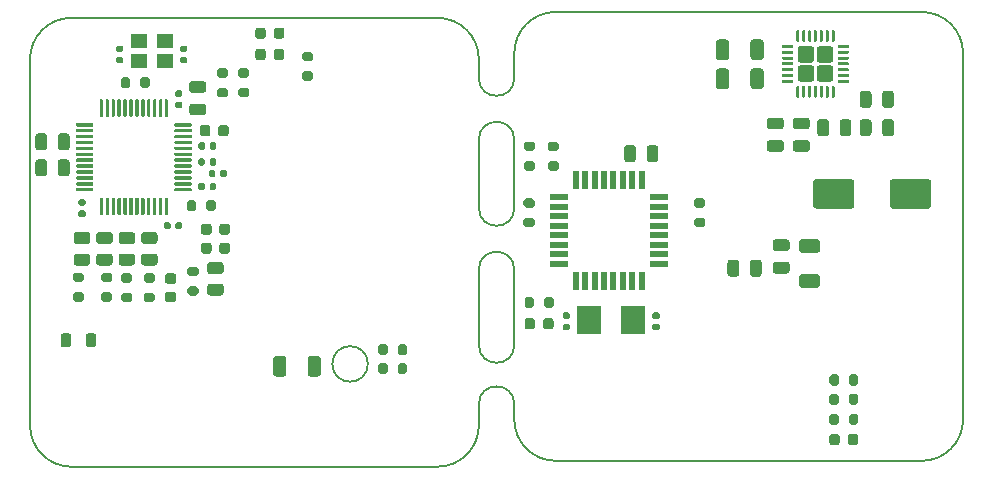
<source format=gbr>
%TF.GenerationSoftware,KiCad,Pcbnew,(5.1.8-0-10_14)*%
%TF.CreationDate,2021-08-18T19:24:50+02:00*%
%TF.ProjectId,ethersweep,65746865-7273-4776-9565-702e6b696361,2.0.1*%
%TF.SameCoordinates,Original*%
%TF.FileFunction,Paste,Top*%
%TF.FilePolarity,Positive*%
%FSLAX46Y46*%
G04 Gerber Fmt 4.6, Leading zero omitted, Abs format (unit mm)*
G04 Created by KiCad (PCBNEW (5.1.8-0-10_14)) date 2021-08-18 19:24:50*
%MOMM*%
%LPD*%
G01*
G04 APERTURE LIST*
%TA.AperFunction,Profile*%
%ADD10C,0.150000*%
%TD*%
%ADD11R,0.550000X1.600000*%
%ADD12R,1.600000X0.550000*%
%ADD13R,2.000000X2.400000*%
%ADD14R,1.400000X1.200000*%
G04 APERTURE END LIST*
D10*
X198000000Y-81000000D02*
G75*
G02*
X201500000Y-84500000I0J-3500000D01*
G01*
X160500000Y-115500000D02*
X160500000Y-114200000D01*
X163500000Y-86600000D02*
X163500000Y-85000000D01*
X163500000Y-86600000D02*
G75*
G02*
X160500000Y-86600000I-1500000J0D01*
G01*
X163500000Y-115500000D02*
X163500000Y-114200000D01*
X160500000Y-86600000D02*
X160500000Y-85000000D01*
X160500000Y-114200000D02*
G75*
G02*
X163500000Y-114200000I1500000J0D01*
G01*
X163500000Y-97600000D02*
G75*
G02*
X160500000Y-97600000I-1500000J0D01*
G01*
X160500000Y-91800000D02*
G75*
G02*
X163500000Y-91800000I1500000J0D01*
G01*
X163500000Y-97600000D02*
X163500000Y-91800000D01*
X160500000Y-109200000D02*
X160500000Y-102800000D01*
X160500000Y-102800000D02*
G75*
G02*
X163500000Y-102800000I1500000J0D01*
G01*
X160500000Y-97600000D02*
X160500000Y-91800000D01*
X163500000Y-109200000D02*
X163500000Y-102800000D01*
X163500000Y-109200000D02*
G75*
G02*
X160500000Y-109200000I-1500000J0D01*
G01*
X160500000Y-116000000D02*
X160500000Y-115500000D01*
X163500000Y-84500000D02*
X163500000Y-85000000D01*
X151100000Y-110800000D02*
G75*
G03*
X151100000Y-110800000I-1500000J0D01*
G01*
X126000000Y-119500000D02*
G75*
G02*
X122500000Y-116000000I0J3500000D01*
G01*
X126000000Y-119500000D02*
X157000000Y-119500000D01*
X167000000Y-81000000D02*
X198000000Y-81000000D01*
X163500000Y-84500000D02*
G75*
G02*
X167000000Y-81000000I3500000J0D01*
G01*
X201500000Y-115500000D02*
G75*
G02*
X198000000Y-119000000I-3500000J0D01*
G01*
X167000000Y-119000000D02*
G75*
G02*
X163500000Y-115500000I0J3500000D01*
G01*
X167000000Y-119000000D02*
X198000000Y-119000000D01*
X201500000Y-115500000D02*
X201500000Y-84500000D01*
X122500000Y-85000000D02*
X122500000Y-116000000D01*
X160500000Y-116000000D02*
G75*
G02*
X157000000Y-119500000I-3500000J0D01*
G01*
X157000000Y-81500000D02*
G75*
G02*
X160500000Y-85000000I0J-3500000D01*
G01*
X122500000Y-85000000D02*
G75*
G02*
X126000000Y-81500000I3500000J0D01*
G01*
X157000000Y-81500000D02*
X126000000Y-81500000D01*
G36*
G01*
X188800000Y-97400000D02*
X188800000Y-95400000D01*
G75*
G02*
X189050000Y-95150000I250000J0D01*
G01*
X192050000Y-95150000D01*
G75*
G02*
X192300000Y-95400000I0J-250000D01*
G01*
X192300000Y-97400000D01*
G75*
G02*
X192050000Y-97650000I-250000J0D01*
G01*
X189050000Y-97650000D01*
G75*
G02*
X188800000Y-97400000I0J250000D01*
G01*
G37*
G36*
G01*
X195300000Y-97400000D02*
X195300000Y-95400000D01*
G75*
G02*
X195550000Y-95150000I250000J0D01*
G01*
X198550000Y-95150000D01*
G75*
G02*
X198800000Y-95400000I0J-250000D01*
G01*
X198800000Y-97400000D01*
G75*
G02*
X198550000Y-97650000I-250000J0D01*
G01*
X195550000Y-97650000D01*
G75*
G02*
X195300000Y-97400000I0J250000D01*
G01*
G37*
G36*
G01*
X174700000Y-93475000D02*
X174700000Y-92525000D01*
G75*
G02*
X174950000Y-92275000I250000J0D01*
G01*
X175450000Y-92275000D01*
G75*
G02*
X175700000Y-92525000I0J-250000D01*
G01*
X175700000Y-93475000D01*
G75*
G02*
X175450000Y-93725000I-250000J0D01*
G01*
X174950000Y-93725000D01*
G75*
G02*
X174700000Y-93475000I0J250000D01*
G01*
G37*
G36*
G01*
X172800000Y-93475000D02*
X172800000Y-92525000D01*
G75*
G02*
X173050000Y-92275000I250000J0D01*
G01*
X173550000Y-92275000D01*
G75*
G02*
X173800000Y-92525000I0J-250000D01*
G01*
X173800000Y-93475000D01*
G75*
G02*
X173550000Y-93725000I-250000J0D01*
G01*
X173050000Y-93725000D01*
G75*
G02*
X172800000Y-93475000I0J250000D01*
G01*
G37*
G36*
G01*
X168070000Y-107000000D02*
X167730000Y-107000000D01*
G75*
G02*
X167590000Y-106860000I0J140000D01*
G01*
X167590000Y-106580000D01*
G75*
G02*
X167730000Y-106440000I140000J0D01*
G01*
X168070000Y-106440000D01*
G75*
G02*
X168210000Y-106580000I0J-140000D01*
G01*
X168210000Y-106860000D01*
G75*
G02*
X168070000Y-107000000I-140000J0D01*
G01*
G37*
G36*
G01*
X168070000Y-107960000D02*
X167730000Y-107960000D01*
G75*
G02*
X167590000Y-107820000I0J140000D01*
G01*
X167590000Y-107540000D01*
G75*
G02*
X167730000Y-107400000I140000J0D01*
G01*
X168070000Y-107400000D01*
G75*
G02*
X168210000Y-107540000I0J-140000D01*
G01*
X168210000Y-107820000D01*
G75*
G02*
X168070000Y-107960000I-140000J0D01*
G01*
G37*
G36*
G01*
X175330000Y-106440000D02*
X175670000Y-106440000D01*
G75*
G02*
X175810000Y-106580000I0J-140000D01*
G01*
X175810000Y-106860000D01*
G75*
G02*
X175670000Y-107000000I-140000J0D01*
G01*
X175330000Y-107000000D01*
G75*
G02*
X175190000Y-106860000I0J140000D01*
G01*
X175190000Y-106580000D01*
G75*
G02*
X175330000Y-106440000I140000J0D01*
G01*
G37*
G36*
G01*
X175330000Y-107400000D02*
X175670000Y-107400000D01*
G75*
G02*
X175810000Y-107540000I0J-140000D01*
G01*
X175810000Y-107820000D01*
G75*
G02*
X175670000Y-107960000I-140000J0D01*
G01*
X175330000Y-107960000D01*
G75*
G02*
X175190000Y-107820000I0J140000D01*
G01*
X175190000Y-107540000D01*
G75*
G02*
X175330000Y-107400000I140000J0D01*
G01*
G37*
G36*
G01*
X184450000Y-102225000D02*
X184450000Y-103175000D01*
G75*
G02*
X184200000Y-103425000I-250000J0D01*
G01*
X183700000Y-103425000D01*
G75*
G02*
X183450000Y-103175000I0J250000D01*
G01*
X183450000Y-102225000D01*
G75*
G02*
X183700000Y-101975000I250000J0D01*
G01*
X184200000Y-101975000D01*
G75*
G02*
X184450000Y-102225000I0J-250000D01*
G01*
G37*
G36*
G01*
X182550000Y-102225000D02*
X182550000Y-103175000D01*
G75*
G02*
X182300000Y-103425000I-250000J0D01*
G01*
X181800000Y-103425000D01*
G75*
G02*
X181550000Y-103175000I0J250000D01*
G01*
X181550000Y-102225000D01*
G75*
G02*
X181800000Y-101975000I250000J0D01*
G01*
X182300000Y-101975000D01*
G75*
G02*
X182550000Y-102225000I0J-250000D01*
G01*
G37*
G36*
G01*
X190175000Y-115775000D02*
X190175000Y-115225000D01*
G75*
G02*
X190375000Y-115025000I200000J0D01*
G01*
X190775000Y-115025000D01*
G75*
G02*
X190975000Y-115225000I0J-200000D01*
G01*
X190975000Y-115775000D01*
G75*
G02*
X190775000Y-115975000I-200000J0D01*
G01*
X190375000Y-115975000D01*
G75*
G02*
X190175000Y-115775000I0J200000D01*
G01*
G37*
G36*
G01*
X191825000Y-115775000D02*
X191825000Y-115225000D01*
G75*
G02*
X192025000Y-115025000I200000J0D01*
G01*
X192425000Y-115025000D01*
G75*
G02*
X192625000Y-115225000I0J-200000D01*
G01*
X192625000Y-115775000D01*
G75*
G02*
X192425000Y-115975000I-200000J0D01*
G01*
X192025000Y-115975000D01*
G75*
G02*
X191825000Y-115775000I0J200000D01*
G01*
G37*
D11*
X168700000Y-103750000D03*
X169500000Y-103750000D03*
X170300000Y-103750000D03*
X171100000Y-103750000D03*
X171900000Y-103750000D03*
X172700000Y-103750000D03*
X173500000Y-103750000D03*
X174300000Y-103750000D03*
D12*
X175750000Y-102300000D03*
X175750000Y-101500000D03*
X175750000Y-100700000D03*
X175750000Y-99900000D03*
X175750000Y-99100000D03*
X175750000Y-98300000D03*
X175750000Y-97500000D03*
X175750000Y-96700000D03*
D11*
X174300000Y-95250000D03*
X173500000Y-95250000D03*
X172700000Y-95250000D03*
X171900000Y-95250000D03*
X171100000Y-95250000D03*
X170300000Y-95250000D03*
X169500000Y-95250000D03*
X168700000Y-95250000D03*
D12*
X167250000Y-96700000D03*
X167250000Y-97500000D03*
X167250000Y-98300000D03*
X167250000Y-99100000D03*
X167250000Y-99900000D03*
X167250000Y-100700000D03*
X167250000Y-101500000D03*
X167250000Y-102300000D03*
G36*
G01*
X164475000Y-96775000D02*
X165025000Y-96775000D01*
G75*
G02*
X165225000Y-96975000I0J-200000D01*
G01*
X165225000Y-97375000D01*
G75*
G02*
X165025000Y-97575000I-200000J0D01*
G01*
X164475000Y-97575000D01*
G75*
G02*
X164275000Y-97375000I0J200000D01*
G01*
X164275000Y-96975000D01*
G75*
G02*
X164475000Y-96775000I200000J0D01*
G01*
G37*
G36*
G01*
X164475000Y-98425000D02*
X165025000Y-98425000D01*
G75*
G02*
X165225000Y-98625000I0J-200000D01*
G01*
X165225000Y-99025000D01*
G75*
G02*
X165025000Y-99225000I-200000J0D01*
G01*
X164475000Y-99225000D01*
G75*
G02*
X164275000Y-99025000I0J200000D01*
G01*
X164275000Y-98625000D01*
G75*
G02*
X164475000Y-98425000I200000J0D01*
G01*
G37*
G36*
G01*
X178925000Y-98425000D02*
X179475000Y-98425000D01*
G75*
G02*
X179675000Y-98625000I0J-200000D01*
G01*
X179675000Y-99025000D01*
G75*
G02*
X179475000Y-99225000I-200000J0D01*
G01*
X178925000Y-99225000D01*
G75*
G02*
X178725000Y-99025000I0J200000D01*
G01*
X178725000Y-98625000D01*
G75*
G02*
X178925000Y-98425000I200000J0D01*
G01*
G37*
G36*
G01*
X178925000Y-96775000D02*
X179475000Y-96775000D01*
G75*
G02*
X179675000Y-96975000I0J-200000D01*
G01*
X179675000Y-97375000D01*
G75*
G02*
X179475000Y-97575000I-200000J0D01*
G01*
X178925000Y-97575000D01*
G75*
G02*
X178725000Y-97375000I0J200000D01*
G01*
X178725000Y-96975000D01*
G75*
G02*
X178925000Y-96775000I200000J0D01*
G01*
G37*
G36*
G01*
X165075000Y-92775000D02*
X164525000Y-92775000D01*
G75*
G02*
X164325000Y-92575000I0J200000D01*
G01*
X164325000Y-92175000D01*
G75*
G02*
X164525000Y-91975000I200000J0D01*
G01*
X165075000Y-91975000D01*
G75*
G02*
X165275000Y-92175000I0J-200000D01*
G01*
X165275000Y-92575000D01*
G75*
G02*
X165075000Y-92775000I-200000J0D01*
G01*
G37*
G36*
G01*
X165075000Y-94425000D02*
X164525000Y-94425000D01*
G75*
G02*
X164325000Y-94225000I0J200000D01*
G01*
X164325000Y-93825000D01*
G75*
G02*
X164525000Y-93625000I200000J0D01*
G01*
X165075000Y-93625000D01*
G75*
G02*
X165275000Y-93825000I0J-200000D01*
G01*
X165275000Y-94225000D01*
G75*
G02*
X165075000Y-94425000I-200000J0D01*
G01*
G37*
G36*
G01*
X167075000Y-94425000D02*
X166525000Y-94425000D01*
G75*
G02*
X166325000Y-94225000I0J200000D01*
G01*
X166325000Y-93825000D01*
G75*
G02*
X166525000Y-93625000I200000J0D01*
G01*
X167075000Y-93625000D01*
G75*
G02*
X167275000Y-93825000I0J-200000D01*
G01*
X167275000Y-94225000D01*
G75*
G02*
X167075000Y-94425000I-200000J0D01*
G01*
G37*
G36*
G01*
X167075000Y-92775000D02*
X166525000Y-92775000D01*
G75*
G02*
X166325000Y-92575000I0J200000D01*
G01*
X166325000Y-92175000D01*
G75*
G02*
X166525000Y-91975000I200000J0D01*
G01*
X167075000Y-91975000D01*
G75*
G02*
X167275000Y-92175000I0J-200000D01*
G01*
X167275000Y-92575000D01*
G75*
G02*
X167075000Y-92775000I-200000J0D01*
G01*
G37*
G36*
G01*
X146275000Y-86825000D02*
X145725000Y-86825000D01*
G75*
G02*
X145525000Y-86625000I0J200000D01*
G01*
X145525000Y-86225000D01*
G75*
G02*
X145725000Y-86025000I200000J0D01*
G01*
X146275000Y-86025000D01*
G75*
G02*
X146475000Y-86225000I0J-200000D01*
G01*
X146475000Y-86625000D01*
G75*
G02*
X146275000Y-86825000I-200000J0D01*
G01*
G37*
G36*
G01*
X146275000Y-85175000D02*
X145725000Y-85175000D01*
G75*
G02*
X145525000Y-84975000I0J200000D01*
G01*
X145525000Y-84575000D01*
G75*
G02*
X145725000Y-84375000I200000J0D01*
G01*
X146275000Y-84375000D01*
G75*
G02*
X146475000Y-84575000I0J-200000D01*
G01*
X146475000Y-84975000D01*
G75*
G02*
X146275000Y-85175000I-200000J0D01*
G01*
G37*
D13*
X173550000Y-107100000D03*
X169850000Y-107100000D03*
G36*
G01*
X190180001Y-112430001D02*
X190180001Y-111880001D01*
G75*
G02*
X190380001Y-111680001I200000J0D01*
G01*
X190780001Y-111680001D01*
G75*
G02*
X190980001Y-111880001I0J-200000D01*
G01*
X190980001Y-112430001D01*
G75*
G02*
X190780001Y-112630001I-200000J0D01*
G01*
X190380001Y-112630001D01*
G75*
G02*
X190180001Y-112430001I0J200000D01*
G01*
G37*
G36*
G01*
X191830001Y-112430001D02*
X191830001Y-111880001D01*
G75*
G02*
X192030001Y-111680001I200000J0D01*
G01*
X192430001Y-111680001D01*
G75*
G02*
X192630001Y-111880001I0J-200000D01*
G01*
X192630001Y-112430001D01*
G75*
G02*
X192430001Y-112630001I-200000J0D01*
G01*
X192030001Y-112630001D01*
G75*
G02*
X191830001Y-112430001I0J200000D01*
G01*
G37*
G36*
G01*
X190975000Y-113525000D02*
X190975000Y-114075000D01*
G75*
G02*
X190775000Y-114275000I-200000J0D01*
G01*
X190375000Y-114275000D01*
G75*
G02*
X190175000Y-114075000I0J200000D01*
G01*
X190175000Y-113525000D01*
G75*
G02*
X190375000Y-113325000I200000J0D01*
G01*
X190775000Y-113325000D01*
G75*
G02*
X190975000Y-113525000I0J-200000D01*
G01*
G37*
G36*
G01*
X192625000Y-113525000D02*
X192625000Y-114075000D01*
G75*
G02*
X192425000Y-114275000I-200000J0D01*
G01*
X192025000Y-114275000D01*
G75*
G02*
X191825000Y-114075000I0J200000D01*
G01*
X191825000Y-113525000D01*
G75*
G02*
X192025000Y-113325000I200000J0D01*
G01*
X192425000Y-113325000D01*
G75*
G02*
X192625000Y-113525000I0J-200000D01*
G01*
G37*
G36*
G01*
X147125000Y-110374997D02*
X147125000Y-111625003D01*
G75*
G02*
X146875003Y-111875000I-249997J0D01*
G01*
X146249997Y-111875000D01*
G75*
G02*
X146000000Y-111625003I0J249997D01*
G01*
X146000000Y-110374997D01*
G75*
G02*
X146249997Y-110125000I249997J0D01*
G01*
X146875003Y-110125000D01*
G75*
G02*
X147125000Y-110374997I0J-249997D01*
G01*
G37*
G36*
G01*
X144200000Y-110374997D02*
X144200000Y-111625003D01*
G75*
G02*
X143950003Y-111875000I-249997J0D01*
G01*
X143324997Y-111875000D01*
G75*
G02*
X143075000Y-111625003I0J249997D01*
G01*
X143075000Y-110374997D01*
G75*
G02*
X143324997Y-110125000I249997J0D01*
G01*
X143950003Y-110125000D01*
G75*
G02*
X144200000Y-110374997I0J-249997D01*
G01*
G37*
G36*
G01*
X136575000Y-105025000D02*
X136025000Y-105025000D01*
G75*
G02*
X135825000Y-104825000I0J200000D01*
G01*
X135825000Y-104425000D01*
G75*
G02*
X136025000Y-104225000I200000J0D01*
G01*
X136575000Y-104225000D01*
G75*
G02*
X136775000Y-104425000I0J-200000D01*
G01*
X136775000Y-104825000D01*
G75*
G02*
X136575000Y-105025000I-200000J0D01*
G01*
G37*
G36*
G01*
X136575000Y-103375000D02*
X136025000Y-103375000D01*
G75*
G02*
X135825000Y-103175000I0J200000D01*
G01*
X135825000Y-102775000D01*
G75*
G02*
X136025000Y-102575000I200000J0D01*
G01*
X136575000Y-102575000D01*
G75*
G02*
X136775000Y-102775000I0J-200000D01*
G01*
X136775000Y-103175000D01*
G75*
G02*
X136575000Y-103375000I-200000J0D01*
G01*
G37*
G36*
G01*
X134150000Y-104675000D02*
X134650000Y-104675000D01*
G75*
G02*
X134875000Y-104900000I0J-225000D01*
G01*
X134875000Y-105350000D01*
G75*
G02*
X134650000Y-105575000I-225000J0D01*
G01*
X134150000Y-105575000D01*
G75*
G02*
X133925000Y-105350000I0J225000D01*
G01*
X133925000Y-104900000D01*
G75*
G02*
X134150000Y-104675000I225000J0D01*
G01*
G37*
G36*
G01*
X134150000Y-103125000D02*
X134650000Y-103125000D01*
G75*
G02*
X134875000Y-103350000I0J-225000D01*
G01*
X134875000Y-103800000D01*
G75*
G02*
X134650000Y-104025000I-225000J0D01*
G01*
X134150000Y-104025000D01*
G75*
G02*
X133925000Y-103800000I0J225000D01*
G01*
X133925000Y-103350000D01*
G75*
G02*
X134150000Y-103125000I225000J0D01*
G01*
G37*
G36*
G01*
X136740000Y-93870000D02*
X136740000Y-93530000D01*
G75*
G02*
X136880000Y-93390000I140000J0D01*
G01*
X137160000Y-93390000D01*
G75*
G02*
X137300000Y-93530000I0J-140000D01*
G01*
X137300000Y-93870000D01*
G75*
G02*
X137160000Y-94010000I-140000J0D01*
G01*
X136880000Y-94010000D01*
G75*
G02*
X136740000Y-93870000I0J140000D01*
G01*
G37*
G36*
G01*
X137700000Y-93870000D02*
X137700000Y-93530000D01*
G75*
G02*
X137840000Y-93390000I140000J0D01*
G01*
X138120000Y-93390000D01*
G75*
G02*
X138260000Y-93530000I0J-140000D01*
G01*
X138260000Y-93870000D01*
G75*
G02*
X138120000Y-94010000I-140000J0D01*
G01*
X137840000Y-94010000D01*
G75*
G02*
X137700000Y-93870000I0J140000D01*
G01*
G37*
G36*
G01*
X138600000Y-94870000D02*
X138600000Y-94530000D01*
G75*
G02*
X138740000Y-94390000I140000J0D01*
G01*
X139020000Y-94390000D01*
G75*
G02*
X139160000Y-94530000I0J-140000D01*
G01*
X139160000Y-94870000D01*
G75*
G02*
X139020000Y-95010000I-140000J0D01*
G01*
X138740000Y-95010000D01*
G75*
G02*
X138600000Y-94870000I0J140000D01*
G01*
G37*
G36*
G01*
X137640000Y-94870000D02*
X137640000Y-94530000D01*
G75*
G02*
X137780000Y-94390000I140000J0D01*
G01*
X138060000Y-94390000D01*
G75*
G02*
X138200000Y-94530000I0J-140000D01*
G01*
X138200000Y-94870000D01*
G75*
G02*
X138060000Y-95010000I-140000J0D01*
G01*
X137780000Y-95010000D01*
G75*
G02*
X137640000Y-94870000I0J140000D01*
G01*
G37*
G36*
G01*
X135270000Y-89160000D02*
X134930000Y-89160000D01*
G75*
G02*
X134790000Y-89020000I0J140000D01*
G01*
X134790000Y-88740000D01*
G75*
G02*
X134930000Y-88600000I140000J0D01*
G01*
X135270000Y-88600000D01*
G75*
G02*
X135410000Y-88740000I0J-140000D01*
G01*
X135410000Y-89020000D01*
G75*
G02*
X135270000Y-89160000I-140000J0D01*
G01*
G37*
G36*
G01*
X135270000Y-88200000D02*
X134930000Y-88200000D01*
G75*
G02*
X134790000Y-88060000I0J140000D01*
G01*
X134790000Y-87780000D01*
G75*
G02*
X134930000Y-87640000I140000J0D01*
G01*
X135270000Y-87640000D01*
G75*
G02*
X135410000Y-87780000I0J-140000D01*
G01*
X135410000Y-88060000D01*
G75*
G02*
X135270000Y-88200000I-140000J0D01*
G01*
G37*
G36*
G01*
X134800000Y-99270000D02*
X134800000Y-98930000D01*
G75*
G02*
X134940000Y-98790000I140000J0D01*
G01*
X135220000Y-98790000D01*
G75*
G02*
X135360000Y-98930000I0J-140000D01*
G01*
X135360000Y-99270000D01*
G75*
G02*
X135220000Y-99410000I-140000J0D01*
G01*
X134940000Y-99410000D01*
G75*
G02*
X134800000Y-99270000I0J140000D01*
G01*
G37*
G36*
G01*
X133840000Y-99270000D02*
X133840000Y-98930000D01*
G75*
G02*
X133980000Y-98790000I140000J0D01*
G01*
X134260000Y-98790000D01*
G75*
G02*
X134400000Y-98930000I0J-140000D01*
G01*
X134400000Y-99270000D01*
G75*
G02*
X134260000Y-99410000I-140000J0D01*
G01*
X133980000Y-99410000D01*
G75*
G02*
X133840000Y-99270000I0J140000D01*
G01*
G37*
G36*
G01*
X126730000Y-97800000D02*
X127070000Y-97800000D01*
G75*
G02*
X127210000Y-97940000I0J-140000D01*
G01*
X127210000Y-98220000D01*
G75*
G02*
X127070000Y-98360000I-140000J0D01*
G01*
X126730000Y-98360000D01*
G75*
G02*
X126590000Y-98220000I0J140000D01*
G01*
X126590000Y-97940000D01*
G75*
G02*
X126730000Y-97800000I140000J0D01*
G01*
G37*
G36*
G01*
X126730000Y-96840000D02*
X127070000Y-96840000D01*
G75*
G02*
X127210000Y-96980000I0J-140000D01*
G01*
X127210000Y-97260000D01*
G75*
G02*
X127070000Y-97400000I-140000J0D01*
G01*
X126730000Y-97400000D01*
G75*
G02*
X126590000Y-97260000I0J140000D01*
G01*
X126590000Y-96980000D01*
G75*
G02*
X126730000Y-96840000I140000J0D01*
G01*
G37*
G36*
G01*
X137700000Y-95970000D02*
X137700000Y-95630000D01*
G75*
G02*
X137840000Y-95490000I140000J0D01*
G01*
X138120000Y-95490000D01*
G75*
G02*
X138260000Y-95630000I0J-140000D01*
G01*
X138260000Y-95970000D01*
G75*
G02*
X138120000Y-96110000I-140000J0D01*
G01*
X137840000Y-96110000D01*
G75*
G02*
X137700000Y-95970000I0J140000D01*
G01*
G37*
G36*
G01*
X136740000Y-95970000D02*
X136740000Y-95630000D01*
G75*
G02*
X136880000Y-95490000I140000J0D01*
G01*
X137160000Y-95490000D01*
G75*
G02*
X137300000Y-95630000I0J-140000D01*
G01*
X137300000Y-95970000D01*
G75*
G02*
X137160000Y-96110000I-140000J0D01*
G01*
X136880000Y-96110000D01*
G75*
G02*
X136740000Y-95970000I0J140000D01*
G01*
G37*
G36*
G01*
X137175000Y-89750000D02*
X136225000Y-89750000D01*
G75*
G02*
X135975000Y-89500000I0J250000D01*
G01*
X135975000Y-89000000D01*
G75*
G02*
X136225000Y-88750000I250000J0D01*
G01*
X137175000Y-88750000D01*
G75*
G02*
X137425000Y-89000000I0J-250000D01*
G01*
X137425000Y-89500000D01*
G75*
G02*
X137175000Y-89750000I-250000J0D01*
G01*
G37*
G36*
G01*
X137175000Y-87850000D02*
X136225000Y-87850000D01*
G75*
G02*
X135975000Y-87600000I0J250000D01*
G01*
X135975000Y-87100000D01*
G75*
G02*
X136225000Y-86850000I250000J0D01*
G01*
X137175000Y-86850000D01*
G75*
G02*
X137425000Y-87100000I0J-250000D01*
G01*
X137425000Y-87600000D01*
G75*
G02*
X137175000Y-87850000I-250000J0D01*
G01*
G37*
G36*
G01*
X123950000Y-91525000D02*
X123950000Y-92475000D01*
G75*
G02*
X123700000Y-92725000I-250000J0D01*
G01*
X123200000Y-92725000D01*
G75*
G02*
X122950000Y-92475000I0J250000D01*
G01*
X122950000Y-91525000D01*
G75*
G02*
X123200000Y-91275000I250000J0D01*
G01*
X123700000Y-91275000D01*
G75*
G02*
X123950000Y-91525000I0J-250000D01*
G01*
G37*
G36*
G01*
X125850000Y-91525000D02*
X125850000Y-92475000D01*
G75*
G02*
X125600000Y-92725000I-250000J0D01*
G01*
X125100000Y-92725000D01*
G75*
G02*
X124850000Y-92475000I0J250000D01*
G01*
X124850000Y-91525000D01*
G75*
G02*
X125100000Y-91275000I250000J0D01*
G01*
X125600000Y-91275000D01*
G75*
G02*
X125850000Y-91525000I0J-250000D01*
G01*
G37*
G36*
G01*
X135670000Y-85360000D02*
X135330000Y-85360000D01*
G75*
G02*
X135190000Y-85220000I0J140000D01*
G01*
X135190000Y-84940000D01*
G75*
G02*
X135330000Y-84800000I140000J0D01*
G01*
X135670000Y-84800000D01*
G75*
G02*
X135810000Y-84940000I0J-140000D01*
G01*
X135810000Y-85220000D01*
G75*
G02*
X135670000Y-85360000I-140000J0D01*
G01*
G37*
G36*
G01*
X135670000Y-84400000D02*
X135330000Y-84400000D01*
G75*
G02*
X135190000Y-84260000I0J140000D01*
G01*
X135190000Y-83980000D01*
G75*
G02*
X135330000Y-83840000I140000J0D01*
G01*
X135670000Y-83840000D01*
G75*
G02*
X135810000Y-83980000I0J-140000D01*
G01*
X135810000Y-84260000D01*
G75*
G02*
X135670000Y-84400000I-140000J0D01*
G01*
G37*
G36*
G01*
X130270000Y-85360000D02*
X129930000Y-85360000D01*
G75*
G02*
X129790000Y-85220000I0J140000D01*
G01*
X129790000Y-84940000D01*
G75*
G02*
X129930000Y-84800000I140000J0D01*
G01*
X130270000Y-84800000D01*
G75*
G02*
X130410000Y-84940000I0J-140000D01*
G01*
X130410000Y-85220000D01*
G75*
G02*
X130270000Y-85360000I-140000J0D01*
G01*
G37*
G36*
G01*
X130270000Y-84400000D02*
X129930000Y-84400000D01*
G75*
G02*
X129790000Y-84260000I0J140000D01*
G01*
X129790000Y-83980000D01*
G75*
G02*
X129930000Y-83840000I140000J0D01*
G01*
X130270000Y-83840000D01*
G75*
G02*
X130410000Y-83980000I0J-140000D01*
G01*
X130410000Y-84260000D01*
G75*
G02*
X130270000Y-84400000I-140000J0D01*
G01*
G37*
G36*
G01*
X138425000Y-91300000D02*
X138425000Y-90800000D01*
G75*
G02*
X138650000Y-90575000I225000J0D01*
G01*
X139100000Y-90575000D01*
G75*
G02*
X139325000Y-90800000I0J-225000D01*
G01*
X139325000Y-91300000D01*
G75*
G02*
X139100000Y-91525000I-225000J0D01*
G01*
X138650000Y-91525000D01*
G75*
G02*
X138425000Y-91300000I0J225000D01*
G01*
G37*
G36*
G01*
X136875000Y-91300000D02*
X136875000Y-90800000D01*
G75*
G02*
X137100000Y-90575000I225000J0D01*
G01*
X137550000Y-90575000D01*
G75*
G02*
X137775000Y-90800000I0J-225000D01*
G01*
X137775000Y-91300000D01*
G75*
G02*
X137550000Y-91525000I-225000J0D01*
G01*
X137100000Y-91525000D01*
G75*
G02*
X136875000Y-91300000I0J225000D01*
G01*
G37*
G36*
G01*
X137720000Y-92520000D02*
X137720000Y-92180000D01*
G75*
G02*
X137860000Y-92040000I140000J0D01*
G01*
X138140000Y-92040000D01*
G75*
G02*
X138280000Y-92180000I0J-140000D01*
G01*
X138280000Y-92520000D01*
G75*
G02*
X138140000Y-92660000I-140000J0D01*
G01*
X137860000Y-92660000D01*
G75*
G02*
X137720000Y-92520000I0J140000D01*
G01*
G37*
G36*
G01*
X136760000Y-92520000D02*
X136760000Y-92180000D01*
G75*
G02*
X136900000Y-92040000I140000J0D01*
G01*
X137180000Y-92040000D01*
G75*
G02*
X137320000Y-92180000I0J-140000D01*
G01*
X137320000Y-92520000D01*
G75*
G02*
X137180000Y-92660000I-140000J0D01*
G01*
X136900000Y-92660000D01*
G75*
G02*
X136760000Y-92520000I0J140000D01*
G01*
G37*
G36*
G01*
X125100000Y-109181250D02*
X125100000Y-108418750D01*
G75*
G02*
X125318750Y-108200000I218750J0D01*
G01*
X125756250Y-108200000D01*
G75*
G02*
X125975000Y-108418750I0J-218750D01*
G01*
X125975000Y-109181250D01*
G75*
G02*
X125756250Y-109400000I-218750J0D01*
G01*
X125318750Y-109400000D01*
G75*
G02*
X125100000Y-109181250I0J218750D01*
G01*
G37*
G36*
G01*
X127225000Y-109181250D02*
X127225000Y-108418750D01*
G75*
G02*
X127443750Y-108200000I218750J0D01*
G01*
X127881250Y-108200000D01*
G75*
G02*
X128100000Y-108418750I0J-218750D01*
G01*
X128100000Y-109181250D01*
G75*
G02*
X127881250Y-109400000I-218750J0D01*
G01*
X127443750Y-109400000D01*
G75*
G02*
X127225000Y-109181250I0J218750D01*
G01*
G37*
G36*
G01*
X127350002Y-100650000D02*
X126449998Y-100650000D01*
G75*
G02*
X126200000Y-100400002I0J249998D01*
G01*
X126200000Y-99874998D01*
G75*
G02*
X126449998Y-99625000I249998J0D01*
G01*
X127350002Y-99625000D01*
G75*
G02*
X127600000Y-99874998I0J-249998D01*
G01*
X127600000Y-100400002D01*
G75*
G02*
X127350002Y-100650000I-249998J0D01*
G01*
G37*
G36*
G01*
X127350002Y-102475000D02*
X126449998Y-102475000D01*
G75*
G02*
X126200000Y-102225002I0J249998D01*
G01*
X126200000Y-101699998D01*
G75*
G02*
X126449998Y-101450000I249998J0D01*
G01*
X127350002Y-101450000D01*
G75*
G02*
X127600000Y-101699998I0J-249998D01*
G01*
X127600000Y-102225002D01*
G75*
G02*
X127350002Y-102475000I-249998J0D01*
G01*
G37*
G36*
G01*
X129250002Y-102475000D02*
X128349998Y-102475000D01*
G75*
G02*
X128100000Y-102225002I0J249998D01*
G01*
X128100000Y-101699998D01*
G75*
G02*
X128349998Y-101450000I249998J0D01*
G01*
X129250002Y-101450000D01*
G75*
G02*
X129500000Y-101699998I0J-249998D01*
G01*
X129500000Y-102225002D01*
G75*
G02*
X129250002Y-102475000I-249998J0D01*
G01*
G37*
G36*
G01*
X129250002Y-100650000D02*
X128349998Y-100650000D01*
G75*
G02*
X128100000Y-100400002I0J249998D01*
G01*
X128100000Y-99874998D01*
G75*
G02*
X128349998Y-99625000I249998J0D01*
G01*
X129250002Y-99625000D01*
G75*
G02*
X129500000Y-99874998I0J-249998D01*
G01*
X129500000Y-100400002D01*
G75*
G02*
X129250002Y-100650000I-249998J0D01*
G01*
G37*
G36*
G01*
X131150002Y-100650000D02*
X130249998Y-100650000D01*
G75*
G02*
X130000000Y-100400002I0J249998D01*
G01*
X130000000Y-99874998D01*
G75*
G02*
X130249998Y-99625000I249998J0D01*
G01*
X131150002Y-99625000D01*
G75*
G02*
X131400000Y-99874998I0J-249998D01*
G01*
X131400000Y-100400002D01*
G75*
G02*
X131150002Y-100650000I-249998J0D01*
G01*
G37*
G36*
G01*
X131150002Y-102475000D02*
X130249998Y-102475000D01*
G75*
G02*
X130000000Y-102225002I0J249998D01*
G01*
X130000000Y-101699998D01*
G75*
G02*
X130249998Y-101450000I249998J0D01*
G01*
X131150002Y-101450000D01*
G75*
G02*
X131400000Y-101699998I0J-249998D01*
G01*
X131400000Y-102225002D01*
G75*
G02*
X131150002Y-102475000I-249998J0D01*
G01*
G37*
G36*
G01*
X133050002Y-102475000D02*
X132149998Y-102475000D01*
G75*
G02*
X131900000Y-102225002I0J249998D01*
G01*
X131900000Y-101699998D01*
G75*
G02*
X132149998Y-101450000I249998J0D01*
G01*
X133050002Y-101450000D01*
G75*
G02*
X133300000Y-101699998I0J-249998D01*
G01*
X133300000Y-102225002D01*
G75*
G02*
X133050002Y-102475000I-249998J0D01*
G01*
G37*
G36*
G01*
X133050002Y-100650000D02*
X132149998Y-100650000D01*
G75*
G02*
X131900000Y-100400002I0J249998D01*
G01*
X131900000Y-99874998D01*
G75*
G02*
X132149998Y-99625000I249998J0D01*
G01*
X133050002Y-99625000D01*
G75*
G02*
X133300000Y-99874998I0J-249998D01*
G01*
X133300000Y-100400002D01*
G75*
G02*
X133050002Y-100650000I-249998J0D01*
G01*
G37*
G36*
G01*
X126875000Y-105525000D02*
X126325000Y-105525000D01*
G75*
G02*
X126125000Y-105325000I0J200000D01*
G01*
X126125000Y-104925000D01*
G75*
G02*
X126325000Y-104725000I200000J0D01*
G01*
X126875000Y-104725000D01*
G75*
G02*
X127075000Y-104925000I0J-200000D01*
G01*
X127075000Y-105325000D01*
G75*
G02*
X126875000Y-105525000I-200000J0D01*
G01*
G37*
G36*
G01*
X126875000Y-103875000D02*
X126325000Y-103875000D01*
G75*
G02*
X126125000Y-103675000I0J200000D01*
G01*
X126125000Y-103275000D01*
G75*
G02*
X126325000Y-103075000I200000J0D01*
G01*
X126875000Y-103075000D01*
G75*
G02*
X127075000Y-103275000I0J-200000D01*
G01*
X127075000Y-103675000D01*
G75*
G02*
X126875000Y-103875000I-200000J0D01*
G01*
G37*
G36*
G01*
X129275000Y-105525000D02*
X128725000Y-105525000D01*
G75*
G02*
X128525000Y-105325000I0J200000D01*
G01*
X128525000Y-104925000D01*
G75*
G02*
X128725000Y-104725000I200000J0D01*
G01*
X129275000Y-104725000D01*
G75*
G02*
X129475000Y-104925000I0J-200000D01*
G01*
X129475000Y-105325000D01*
G75*
G02*
X129275000Y-105525000I-200000J0D01*
G01*
G37*
G36*
G01*
X129275000Y-103875000D02*
X128725000Y-103875000D01*
G75*
G02*
X128525000Y-103675000I0J200000D01*
G01*
X128525000Y-103275000D01*
G75*
G02*
X128725000Y-103075000I200000J0D01*
G01*
X129275000Y-103075000D01*
G75*
G02*
X129475000Y-103275000I0J-200000D01*
G01*
X129475000Y-103675000D01*
G75*
G02*
X129275000Y-103875000I-200000J0D01*
G01*
G37*
G36*
G01*
X130975000Y-103925000D02*
X130425000Y-103925000D01*
G75*
G02*
X130225000Y-103725000I0J200000D01*
G01*
X130225000Y-103325000D01*
G75*
G02*
X130425000Y-103125000I200000J0D01*
G01*
X130975000Y-103125000D01*
G75*
G02*
X131175000Y-103325000I0J-200000D01*
G01*
X131175000Y-103725000D01*
G75*
G02*
X130975000Y-103925000I-200000J0D01*
G01*
G37*
G36*
G01*
X130975000Y-105575000D02*
X130425000Y-105575000D01*
G75*
G02*
X130225000Y-105375000I0J200000D01*
G01*
X130225000Y-104975000D01*
G75*
G02*
X130425000Y-104775000I200000J0D01*
G01*
X130975000Y-104775000D01*
G75*
G02*
X131175000Y-104975000I0J-200000D01*
G01*
X131175000Y-105375000D01*
G75*
G02*
X130975000Y-105575000I-200000J0D01*
G01*
G37*
G36*
G01*
X154425000Y-110925000D02*
X154425000Y-111475000D01*
G75*
G02*
X154225000Y-111675000I-200000J0D01*
G01*
X153825000Y-111675000D01*
G75*
G02*
X153625000Y-111475000I0J200000D01*
G01*
X153625000Y-110925000D01*
G75*
G02*
X153825000Y-110725000I200000J0D01*
G01*
X154225000Y-110725000D01*
G75*
G02*
X154425000Y-110925000I0J-200000D01*
G01*
G37*
G36*
G01*
X152775000Y-110925000D02*
X152775000Y-111475000D01*
G75*
G02*
X152575000Y-111675000I-200000J0D01*
G01*
X152175000Y-111675000D01*
G75*
G02*
X151975000Y-111475000I0J200000D01*
G01*
X151975000Y-110925000D01*
G75*
G02*
X152175000Y-110725000I200000J0D01*
G01*
X152575000Y-110725000D01*
G75*
G02*
X152775000Y-110925000I0J-200000D01*
G01*
G37*
G36*
G01*
X152775000Y-109325000D02*
X152775000Y-109875000D01*
G75*
G02*
X152575000Y-110075000I-200000J0D01*
G01*
X152175000Y-110075000D01*
G75*
G02*
X151975000Y-109875000I0J200000D01*
G01*
X151975000Y-109325000D01*
G75*
G02*
X152175000Y-109125000I200000J0D01*
G01*
X152575000Y-109125000D01*
G75*
G02*
X152775000Y-109325000I0J-200000D01*
G01*
G37*
G36*
G01*
X154425000Y-109325000D02*
X154425000Y-109875000D01*
G75*
G02*
X154225000Y-110075000I-200000J0D01*
G01*
X153825000Y-110075000D01*
G75*
G02*
X153625000Y-109875000I0J200000D01*
G01*
X153625000Y-109325000D01*
G75*
G02*
X153825000Y-109125000I200000J0D01*
G01*
X154225000Y-109125000D01*
G75*
G02*
X154425000Y-109325000I0J-200000D01*
G01*
G37*
G36*
G01*
X132875000Y-103925000D02*
X132325000Y-103925000D01*
G75*
G02*
X132125000Y-103725000I0J200000D01*
G01*
X132125000Y-103325000D01*
G75*
G02*
X132325000Y-103125000I200000J0D01*
G01*
X132875000Y-103125000D01*
G75*
G02*
X133075000Y-103325000I0J-200000D01*
G01*
X133075000Y-103725000D01*
G75*
G02*
X132875000Y-103925000I-200000J0D01*
G01*
G37*
G36*
G01*
X132875000Y-105575000D02*
X132325000Y-105575000D01*
G75*
G02*
X132125000Y-105375000I0J200000D01*
G01*
X132125000Y-104975000D01*
G75*
G02*
X132325000Y-104775000I200000J0D01*
G01*
X132875000Y-104775000D01*
G75*
G02*
X133075000Y-104975000I0J-200000D01*
G01*
X133075000Y-105375000D01*
G75*
G02*
X132875000Y-105575000I-200000J0D01*
G01*
G37*
G36*
G01*
X127800000Y-96200000D02*
X126475000Y-96200000D01*
G75*
G02*
X126400000Y-96125000I0J75000D01*
G01*
X126400000Y-95975000D01*
G75*
G02*
X126475000Y-95900000I75000J0D01*
G01*
X127800000Y-95900000D01*
G75*
G02*
X127875000Y-95975000I0J-75000D01*
G01*
X127875000Y-96125000D01*
G75*
G02*
X127800000Y-96200000I-75000J0D01*
G01*
G37*
G36*
G01*
X127800000Y-95700000D02*
X126475000Y-95700000D01*
G75*
G02*
X126400000Y-95625000I0J75000D01*
G01*
X126400000Y-95475000D01*
G75*
G02*
X126475000Y-95400000I75000J0D01*
G01*
X127800000Y-95400000D01*
G75*
G02*
X127875000Y-95475000I0J-75000D01*
G01*
X127875000Y-95625000D01*
G75*
G02*
X127800000Y-95700000I-75000J0D01*
G01*
G37*
G36*
G01*
X127800000Y-95200000D02*
X126475000Y-95200000D01*
G75*
G02*
X126400000Y-95125000I0J75000D01*
G01*
X126400000Y-94975000D01*
G75*
G02*
X126475000Y-94900000I75000J0D01*
G01*
X127800000Y-94900000D01*
G75*
G02*
X127875000Y-94975000I0J-75000D01*
G01*
X127875000Y-95125000D01*
G75*
G02*
X127800000Y-95200000I-75000J0D01*
G01*
G37*
G36*
G01*
X127800000Y-94700000D02*
X126475000Y-94700000D01*
G75*
G02*
X126400000Y-94625000I0J75000D01*
G01*
X126400000Y-94475000D01*
G75*
G02*
X126475000Y-94400000I75000J0D01*
G01*
X127800000Y-94400000D01*
G75*
G02*
X127875000Y-94475000I0J-75000D01*
G01*
X127875000Y-94625000D01*
G75*
G02*
X127800000Y-94700000I-75000J0D01*
G01*
G37*
G36*
G01*
X127800000Y-94200000D02*
X126475000Y-94200000D01*
G75*
G02*
X126400000Y-94125000I0J75000D01*
G01*
X126400000Y-93975000D01*
G75*
G02*
X126475000Y-93900000I75000J0D01*
G01*
X127800000Y-93900000D01*
G75*
G02*
X127875000Y-93975000I0J-75000D01*
G01*
X127875000Y-94125000D01*
G75*
G02*
X127800000Y-94200000I-75000J0D01*
G01*
G37*
G36*
G01*
X127800000Y-93700000D02*
X126475000Y-93700000D01*
G75*
G02*
X126400000Y-93625000I0J75000D01*
G01*
X126400000Y-93475000D01*
G75*
G02*
X126475000Y-93400000I75000J0D01*
G01*
X127800000Y-93400000D01*
G75*
G02*
X127875000Y-93475000I0J-75000D01*
G01*
X127875000Y-93625000D01*
G75*
G02*
X127800000Y-93700000I-75000J0D01*
G01*
G37*
G36*
G01*
X127800000Y-93200000D02*
X126475000Y-93200000D01*
G75*
G02*
X126400000Y-93125000I0J75000D01*
G01*
X126400000Y-92975000D01*
G75*
G02*
X126475000Y-92900000I75000J0D01*
G01*
X127800000Y-92900000D01*
G75*
G02*
X127875000Y-92975000I0J-75000D01*
G01*
X127875000Y-93125000D01*
G75*
G02*
X127800000Y-93200000I-75000J0D01*
G01*
G37*
G36*
G01*
X127800000Y-92700000D02*
X126475000Y-92700000D01*
G75*
G02*
X126400000Y-92625000I0J75000D01*
G01*
X126400000Y-92475000D01*
G75*
G02*
X126475000Y-92400000I75000J0D01*
G01*
X127800000Y-92400000D01*
G75*
G02*
X127875000Y-92475000I0J-75000D01*
G01*
X127875000Y-92625000D01*
G75*
G02*
X127800000Y-92700000I-75000J0D01*
G01*
G37*
G36*
G01*
X127800000Y-92200000D02*
X126475000Y-92200000D01*
G75*
G02*
X126400000Y-92125000I0J75000D01*
G01*
X126400000Y-91975000D01*
G75*
G02*
X126475000Y-91900000I75000J0D01*
G01*
X127800000Y-91900000D01*
G75*
G02*
X127875000Y-91975000I0J-75000D01*
G01*
X127875000Y-92125000D01*
G75*
G02*
X127800000Y-92200000I-75000J0D01*
G01*
G37*
G36*
G01*
X127800000Y-91700000D02*
X126475000Y-91700000D01*
G75*
G02*
X126400000Y-91625000I0J75000D01*
G01*
X126400000Y-91475000D01*
G75*
G02*
X126475000Y-91400000I75000J0D01*
G01*
X127800000Y-91400000D01*
G75*
G02*
X127875000Y-91475000I0J-75000D01*
G01*
X127875000Y-91625000D01*
G75*
G02*
X127800000Y-91700000I-75000J0D01*
G01*
G37*
G36*
G01*
X127800000Y-91200000D02*
X126475000Y-91200000D01*
G75*
G02*
X126400000Y-91125000I0J75000D01*
G01*
X126400000Y-90975000D01*
G75*
G02*
X126475000Y-90900000I75000J0D01*
G01*
X127800000Y-90900000D01*
G75*
G02*
X127875000Y-90975000I0J-75000D01*
G01*
X127875000Y-91125000D01*
G75*
G02*
X127800000Y-91200000I-75000J0D01*
G01*
G37*
G36*
G01*
X127800000Y-90700000D02*
X126475000Y-90700000D01*
G75*
G02*
X126400000Y-90625000I0J75000D01*
G01*
X126400000Y-90475000D01*
G75*
G02*
X126475000Y-90400000I75000J0D01*
G01*
X127800000Y-90400000D01*
G75*
G02*
X127875000Y-90475000I0J-75000D01*
G01*
X127875000Y-90625000D01*
G75*
G02*
X127800000Y-90700000I-75000J0D01*
G01*
G37*
G36*
G01*
X128625000Y-89875000D02*
X128475000Y-89875000D01*
G75*
G02*
X128400000Y-89800000I0J75000D01*
G01*
X128400000Y-88475000D01*
G75*
G02*
X128475000Y-88400000I75000J0D01*
G01*
X128625000Y-88400000D01*
G75*
G02*
X128700000Y-88475000I0J-75000D01*
G01*
X128700000Y-89800000D01*
G75*
G02*
X128625000Y-89875000I-75000J0D01*
G01*
G37*
G36*
G01*
X129125000Y-89875000D02*
X128975000Y-89875000D01*
G75*
G02*
X128900000Y-89800000I0J75000D01*
G01*
X128900000Y-88475000D01*
G75*
G02*
X128975000Y-88400000I75000J0D01*
G01*
X129125000Y-88400000D01*
G75*
G02*
X129200000Y-88475000I0J-75000D01*
G01*
X129200000Y-89800000D01*
G75*
G02*
X129125000Y-89875000I-75000J0D01*
G01*
G37*
G36*
G01*
X129625000Y-89875000D02*
X129475000Y-89875000D01*
G75*
G02*
X129400000Y-89800000I0J75000D01*
G01*
X129400000Y-88475000D01*
G75*
G02*
X129475000Y-88400000I75000J0D01*
G01*
X129625000Y-88400000D01*
G75*
G02*
X129700000Y-88475000I0J-75000D01*
G01*
X129700000Y-89800000D01*
G75*
G02*
X129625000Y-89875000I-75000J0D01*
G01*
G37*
G36*
G01*
X130125000Y-89875000D02*
X129975000Y-89875000D01*
G75*
G02*
X129900000Y-89800000I0J75000D01*
G01*
X129900000Y-88475000D01*
G75*
G02*
X129975000Y-88400000I75000J0D01*
G01*
X130125000Y-88400000D01*
G75*
G02*
X130200000Y-88475000I0J-75000D01*
G01*
X130200000Y-89800000D01*
G75*
G02*
X130125000Y-89875000I-75000J0D01*
G01*
G37*
G36*
G01*
X130625000Y-89875000D02*
X130475000Y-89875000D01*
G75*
G02*
X130400000Y-89800000I0J75000D01*
G01*
X130400000Y-88475000D01*
G75*
G02*
X130475000Y-88400000I75000J0D01*
G01*
X130625000Y-88400000D01*
G75*
G02*
X130700000Y-88475000I0J-75000D01*
G01*
X130700000Y-89800000D01*
G75*
G02*
X130625000Y-89875000I-75000J0D01*
G01*
G37*
G36*
G01*
X131125000Y-89875000D02*
X130975000Y-89875000D01*
G75*
G02*
X130900000Y-89800000I0J75000D01*
G01*
X130900000Y-88475000D01*
G75*
G02*
X130975000Y-88400000I75000J0D01*
G01*
X131125000Y-88400000D01*
G75*
G02*
X131200000Y-88475000I0J-75000D01*
G01*
X131200000Y-89800000D01*
G75*
G02*
X131125000Y-89875000I-75000J0D01*
G01*
G37*
G36*
G01*
X131625000Y-89875000D02*
X131475000Y-89875000D01*
G75*
G02*
X131400000Y-89800000I0J75000D01*
G01*
X131400000Y-88475000D01*
G75*
G02*
X131475000Y-88400000I75000J0D01*
G01*
X131625000Y-88400000D01*
G75*
G02*
X131700000Y-88475000I0J-75000D01*
G01*
X131700000Y-89800000D01*
G75*
G02*
X131625000Y-89875000I-75000J0D01*
G01*
G37*
G36*
G01*
X132125000Y-89875000D02*
X131975000Y-89875000D01*
G75*
G02*
X131900000Y-89800000I0J75000D01*
G01*
X131900000Y-88475000D01*
G75*
G02*
X131975000Y-88400000I75000J0D01*
G01*
X132125000Y-88400000D01*
G75*
G02*
X132200000Y-88475000I0J-75000D01*
G01*
X132200000Y-89800000D01*
G75*
G02*
X132125000Y-89875000I-75000J0D01*
G01*
G37*
G36*
G01*
X132625000Y-89875000D02*
X132475000Y-89875000D01*
G75*
G02*
X132400000Y-89800000I0J75000D01*
G01*
X132400000Y-88475000D01*
G75*
G02*
X132475000Y-88400000I75000J0D01*
G01*
X132625000Y-88400000D01*
G75*
G02*
X132700000Y-88475000I0J-75000D01*
G01*
X132700000Y-89800000D01*
G75*
G02*
X132625000Y-89875000I-75000J0D01*
G01*
G37*
G36*
G01*
X133125000Y-89875000D02*
X132975000Y-89875000D01*
G75*
G02*
X132900000Y-89800000I0J75000D01*
G01*
X132900000Y-88475000D01*
G75*
G02*
X132975000Y-88400000I75000J0D01*
G01*
X133125000Y-88400000D01*
G75*
G02*
X133200000Y-88475000I0J-75000D01*
G01*
X133200000Y-89800000D01*
G75*
G02*
X133125000Y-89875000I-75000J0D01*
G01*
G37*
G36*
G01*
X133625000Y-89875000D02*
X133475000Y-89875000D01*
G75*
G02*
X133400000Y-89800000I0J75000D01*
G01*
X133400000Y-88475000D01*
G75*
G02*
X133475000Y-88400000I75000J0D01*
G01*
X133625000Y-88400000D01*
G75*
G02*
X133700000Y-88475000I0J-75000D01*
G01*
X133700000Y-89800000D01*
G75*
G02*
X133625000Y-89875000I-75000J0D01*
G01*
G37*
G36*
G01*
X134125000Y-89875000D02*
X133975000Y-89875000D01*
G75*
G02*
X133900000Y-89800000I0J75000D01*
G01*
X133900000Y-88475000D01*
G75*
G02*
X133975000Y-88400000I75000J0D01*
G01*
X134125000Y-88400000D01*
G75*
G02*
X134200000Y-88475000I0J-75000D01*
G01*
X134200000Y-89800000D01*
G75*
G02*
X134125000Y-89875000I-75000J0D01*
G01*
G37*
G36*
G01*
X136125000Y-90700000D02*
X134800000Y-90700000D01*
G75*
G02*
X134725000Y-90625000I0J75000D01*
G01*
X134725000Y-90475000D01*
G75*
G02*
X134800000Y-90400000I75000J0D01*
G01*
X136125000Y-90400000D01*
G75*
G02*
X136200000Y-90475000I0J-75000D01*
G01*
X136200000Y-90625000D01*
G75*
G02*
X136125000Y-90700000I-75000J0D01*
G01*
G37*
G36*
G01*
X136125000Y-91200000D02*
X134800000Y-91200000D01*
G75*
G02*
X134725000Y-91125000I0J75000D01*
G01*
X134725000Y-90975000D01*
G75*
G02*
X134800000Y-90900000I75000J0D01*
G01*
X136125000Y-90900000D01*
G75*
G02*
X136200000Y-90975000I0J-75000D01*
G01*
X136200000Y-91125000D01*
G75*
G02*
X136125000Y-91200000I-75000J0D01*
G01*
G37*
G36*
G01*
X136125000Y-91700000D02*
X134800000Y-91700000D01*
G75*
G02*
X134725000Y-91625000I0J75000D01*
G01*
X134725000Y-91475000D01*
G75*
G02*
X134800000Y-91400000I75000J0D01*
G01*
X136125000Y-91400000D01*
G75*
G02*
X136200000Y-91475000I0J-75000D01*
G01*
X136200000Y-91625000D01*
G75*
G02*
X136125000Y-91700000I-75000J0D01*
G01*
G37*
G36*
G01*
X136125000Y-92200000D02*
X134800000Y-92200000D01*
G75*
G02*
X134725000Y-92125000I0J75000D01*
G01*
X134725000Y-91975000D01*
G75*
G02*
X134800000Y-91900000I75000J0D01*
G01*
X136125000Y-91900000D01*
G75*
G02*
X136200000Y-91975000I0J-75000D01*
G01*
X136200000Y-92125000D01*
G75*
G02*
X136125000Y-92200000I-75000J0D01*
G01*
G37*
G36*
G01*
X136125000Y-92700000D02*
X134800000Y-92700000D01*
G75*
G02*
X134725000Y-92625000I0J75000D01*
G01*
X134725000Y-92475000D01*
G75*
G02*
X134800000Y-92400000I75000J0D01*
G01*
X136125000Y-92400000D01*
G75*
G02*
X136200000Y-92475000I0J-75000D01*
G01*
X136200000Y-92625000D01*
G75*
G02*
X136125000Y-92700000I-75000J0D01*
G01*
G37*
G36*
G01*
X136125000Y-93200000D02*
X134800000Y-93200000D01*
G75*
G02*
X134725000Y-93125000I0J75000D01*
G01*
X134725000Y-92975000D01*
G75*
G02*
X134800000Y-92900000I75000J0D01*
G01*
X136125000Y-92900000D01*
G75*
G02*
X136200000Y-92975000I0J-75000D01*
G01*
X136200000Y-93125000D01*
G75*
G02*
X136125000Y-93200000I-75000J0D01*
G01*
G37*
G36*
G01*
X136125000Y-93700000D02*
X134800000Y-93700000D01*
G75*
G02*
X134725000Y-93625000I0J75000D01*
G01*
X134725000Y-93475000D01*
G75*
G02*
X134800000Y-93400000I75000J0D01*
G01*
X136125000Y-93400000D01*
G75*
G02*
X136200000Y-93475000I0J-75000D01*
G01*
X136200000Y-93625000D01*
G75*
G02*
X136125000Y-93700000I-75000J0D01*
G01*
G37*
G36*
G01*
X136125000Y-94200000D02*
X134800000Y-94200000D01*
G75*
G02*
X134725000Y-94125000I0J75000D01*
G01*
X134725000Y-93975000D01*
G75*
G02*
X134800000Y-93900000I75000J0D01*
G01*
X136125000Y-93900000D01*
G75*
G02*
X136200000Y-93975000I0J-75000D01*
G01*
X136200000Y-94125000D01*
G75*
G02*
X136125000Y-94200000I-75000J0D01*
G01*
G37*
G36*
G01*
X136125000Y-94700000D02*
X134800000Y-94700000D01*
G75*
G02*
X134725000Y-94625000I0J75000D01*
G01*
X134725000Y-94475000D01*
G75*
G02*
X134800000Y-94400000I75000J0D01*
G01*
X136125000Y-94400000D01*
G75*
G02*
X136200000Y-94475000I0J-75000D01*
G01*
X136200000Y-94625000D01*
G75*
G02*
X136125000Y-94700000I-75000J0D01*
G01*
G37*
G36*
G01*
X136125000Y-95200000D02*
X134800000Y-95200000D01*
G75*
G02*
X134725000Y-95125000I0J75000D01*
G01*
X134725000Y-94975000D01*
G75*
G02*
X134800000Y-94900000I75000J0D01*
G01*
X136125000Y-94900000D01*
G75*
G02*
X136200000Y-94975000I0J-75000D01*
G01*
X136200000Y-95125000D01*
G75*
G02*
X136125000Y-95200000I-75000J0D01*
G01*
G37*
G36*
G01*
X136125000Y-95700000D02*
X134800000Y-95700000D01*
G75*
G02*
X134725000Y-95625000I0J75000D01*
G01*
X134725000Y-95475000D01*
G75*
G02*
X134800000Y-95400000I75000J0D01*
G01*
X136125000Y-95400000D01*
G75*
G02*
X136200000Y-95475000I0J-75000D01*
G01*
X136200000Y-95625000D01*
G75*
G02*
X136125000Y-95700000I-75000J0D01*
G01*
G37*
G36*
G01*
X136125000Y-96200000D02*
X134800000Y-96200000D01*
G75*
G02*
X134725000Y-96125000I0J75000D01*
G01*
X134725000Y-95975000D01*
G75*
G02*
X134800000Y-95900000I75000J0D01*
G01*
X136125000Y-95900000D01*
G75*
G02*
X136200000Y-95975000I0J-75000D01*
G01*
X136200000Y-96125000D01*
G75*
G02*
X136125000Y-96200000I-75000J0D01*
G01*
G37*
G36*
G01*
X134125000Y-98200000D02*
X133975000Y-98200000D01*
G75*
G02*
X133900000Y-98125000I0J75000D01*
G01*
X133900000Y-96800000D01*
G75*
G02*
X133975000Y-96725000I75000J0D01*
G01*
X134125000Y-96725000D01*
G75*
G02*
X134200000Y-96800000I0J-75000D01*
G01*
X134200000Y-98125000D01*
G75*
G02*
X134125000Y-98200000I-75000J0D01*
G01*
G37*
G36*
G01*
X133625000Y-98200000D02*
X133475000Y-98200000D01*
G75*
G02*
X133400000Y-98125000I0J75000D01*
G01*
X133400000Y-96800000D01*
G75*
G02*
X133475000Y-96725000I75000J0D01*
G01*
X133625000Y-96725000D01*
G75*
G02*
X133700000Y-96800000I0J-75000D01*
G01*
X133700000Y-98125000D01*
G75*
G02*
X133625000Y-98200000I-75000J0D01*
G01*
G37*
G36*
G01*
X133125000Y-98200000D02*
X132975000Y-98200000D01*
G75*
G02*
X132900000Y-98125000I0J75000D01*
G01*
X132900000Y-96800000D01*
G75*
G02*
X132975000Y-96725000I75000J0D01*
G01*
X133125000Y-96725000D01*
G75*
G02*
X133200000Y-96800000I0J-75000D01*
G01*
X133200000Y-98125000D01*
G75*
G02*
X133125000Y-98200000I-75000J0D01*
G01*
G37*
G36*
G01*
X132625000Y-98200000D02*
X132475000Y-98200000D01*
G75*
G02*
X132400000Y-98125000I0J75000D01*
G01*
X132400000Y-96800000D01*
G75*
G02*
X132475000Y-96725000I75000J0D01*
G01*
X132625000Y-96725000D01*
G75*
G02*
X132700000Y-96800000I0J-75000D01*
G01*
X132700000Y-98125000D01*
G75*
G02*
X132625000Y-98200000I-75000J0D01*
G01*
G37*
G36*
G01*
X132125000Y-98200000D02*
X131975000Y-98200000D01*
G75*
G02*
X131900000Y-98125000I0J75000D01*
G01*
X131900000Y-96800000D01*
G75*
G02*
X131975000Y-96725000I75000J0D01*
G01*
X132125000Y-96725000D01*
G75*
G02*
X132200000Y-96800000I0J-75000D01*
G01*
X132200000Y-98125000D01*
G75*
G02*
X132125000Y-98200000I-75000J0D01*
G01*
G37*
G36*
G01*
X131625000Y-98200000D02*
X131475000Y-98200000D01*
G75*
G02*
X131400000Y-98125000I0J75000D01*
G01*
X131400000Y-96800000D01*
G75*
G02*
X131475000Y-96725000I75000J0D01*
G01*
X131625000Y-96725000D01*
G75*
G02*
X131700000Y-96800000I0J-75000D01*
G01*
X131700000Y-98125000D01*
G75*
G02*
X131625000Y-98200000I-75000J0D01*
G01*
G37*
G36*
G01*
X131125000Y-98200000D02*
X130975000Y-98200000D01*
G75*
G02*
X130900000Y-98125000I0J75000D01*
G01*
X130900000Y-96800000D01*
G75*
G02*
X130975000Y-96725000I75000J0D01*
G01*
X131125000Y-96725000D01*
G75*
G02*
X131200000Y-96800000I0J-75000D01*
G01*
X131200000Y-98125000D01*
G75*
G02*
X131125000Y-98200000I-75000J0D01*
G01*
G37*
G36*
G01*
X130625000Y-98200000D02*
X130475000Y-98200000D01*
G75*
G02*
X130400000Y-98125000I0J75000D01*
G01*
X130400000Y-96800000D01*
G75*
G02*
X130475000Y-96725000I75000J0D01*
G01*
X130625000Y-96725000D01*
G75*
G02*
X130700000Y-96800000I0J-75000D01*
G01*
X130700000Y-98125000D01*
G75*
G02*
X130625000Y-98200000I-75000J0D01*
G01*
G37*
G36*
G01*
X130125000Y-98200000D02*
X129975000Y-98200000D01*
G75*
G02*
X129900000Y-98125000I0J75000D01*
G01*
X129900000Y-96800000D01*
G75*
G02*
X129975000Y-96725000I75000J0D01*
G01*
X130125000Y-96725000D01*
G75*
G02*
X130200000Y-96800000I0J-75000D01*
G01*
X130200000Y-98125000D01*
G75*
G02*
X130125000Y-98200000I-75000J0D01*
G01*
G37*
G36*
G01*
X129625000Y-98200000D02*
X129475000Y-98200000D01*
G75*
G02*
X129400000Y-98125000I0J75000D01*
G01*
X129400000Y-96800000D01*
G75*
G02*
X129475000Y-96725000I75000J0D01*
G01*
X129625000Y-96725000D01*
G75*
G02*
X129700000Y-96800000I0J-75000D01*
G01*
X129700000Y-98125000D01*
G75*
G02*
X129625000Y-98200000I-75000J0D01*
G01*
G37*
G36*
G01*
X129125000Y-98200000D02*
X128975000Y-98200000D01*
G75*
G02*
X128900000Y-98125000I0J75000D01*
G01*
X128900000Y-96800000D01*
G75*
G02*
X128975000Y-96725000I75000J0D01*
G01*
X129125000Y-96725000D01*
G75*
G02*
X129200000Y-96800000I0J-75000D01*
G01*
X129200000Y-98125000D01*
G75*
G02*
X129125000Y-98200000I-75000J0D01*
G01*
G37*
G36*
G01*
X128625000Y-98200000D02*
X128475000Y-98200000D01*
G75*
G02*
X128400000Y-98125000I0J75000D01*
G01*
X128400000Y-96800000D01*
G75*
G02*
X128475000Y-96725000I75000J0D01*
G01*
X128625000Y-96725000D01*
G75*
G02*
X128700000Y-96800000I0J-75000D01*
G01*
X128700000Y-98125000D01*
G75*
G02*
X128625000Y-98200000I-75000J0D01*
G01*
G37*
D14*
X131700000Y-83450000D03*
X133900000Y-83450000D03*
X133900000Y-85150000D03*
X131700000Y-85150000D03*
G36*
G01*
X189150001Y-104350000D02*
X187849999Y-104350000D01*
G75*
G02*
X187600000Y-104100001I0J249999D01*
G01*
X187600000Y-103449999D01*
G75*
G02*
X187849999Y-103200000I249999J0D01*
G01*
X189150001Y-103200000D01*
G75*
G02*
X189400000Y-103449999I0J-249999D01*
G01*
X189400000Y-104100001D01*
G75*
G02*
X189150001Y-104350000I-249999J0D01*
G01*
G37*
G36*
G01*
X189150001Y-101400000D02*
X187849999Y-101400000D01*
G75*
G02*
X187600000Y-101150001I0J249999D01*
G01*
X187600000Y-100499999D01*
G75*
G02*
X187849999Y-100250000I249999J0D01*
G01*
X189150001Y-100250000D01*
G75*
G02*
X189400000Y-100499999I0J-249999D01*
G01*
X189400000Y-101150001D01*
G75*
G02*
X189150001Y-101400000I-249999J0D01*
G01*
G37*
G36*
G01*
X186575000Y-103150000D02*
X185625000Y-103150000D01*
G75*
G02*
X185375000Y-102900000I0J250000D01*
G01*
X185375000Y-102400000D01*
G75*
G02*
X185625000Y-102150000I250000J0D01*
G01*
X186575000Y-102150000D01*
G75*
G02*
X186825000Y-102400000I0J-250000D01*
G01*
X186825000Y-102900000D01*
G75*
G02*
X186575000Y-103150000I-250000J0D01*
G01*
G37*
G36*
G01*
X186575000Y-101250000D02*
X185625000Y-101250000D01*
G75*
G02*
X185375000Y-101000000I0J250000D01*
G01*
X185375000Y-100500000D01*
G75*
G02*
X185625000Y-100250000I250000J0D01*
G01*
X186575000Y-100250000D01*
G75*
G02*
X186825000Y-100500000I0J-250000D01*
G01*
X186825000Y-101000000D01*
G75*
G02*
X186575000Y-101250000I-250000J0D01*
G01*
G37*
G36*
G01*
X164375000Y-105875000D02*
X164375000Y-105325000D01*
G75*
G02*
X164575000Y-105125000I200000J0D01*
G01*
X164975000Y-105125000D01*
G75*
G02*
X165175000Y-105325000I0J-200000D01*
G01*
X165175000Y-105875000D01*
G75*
G02*
X164975000Y-106075000I-200000J0D01*
G01*
X164575000Y-106075000D01*
G75*
G02*
X164375000Y-105875000I0J200000D01*
G01*
G37*
G36*
G01*
X166025000Y-105875000D02*
X166025000Y-105325000D01*
G75*
G02*
X166225000Y-105125000I200000J0D01*
G01*
X166625000Y-105125000D01*
G75*
G02*
X166825000Y-105325000I0J-200000D01*
G01*
X166825000Y-105875000D01*
G75*
G02*
X166625000Y-106075000I-200000J0D01*
G01*
X166225000Y-106075000D01*
G75*
G02*
X166025000Y-105875000I0J200000D01*
G01*
G37*
G36*
G01*
X194650000Y-91275000D02*
X194650000Y-90325000D01*
G75*
G02*
X194900000Y-90075000I250000J0D01*
G01*
X195400000Y-90075000D01*
G75*
G02*
X195650000Y-90325000I0J-250000D01*
G01*
X195650000Y-91275000D01*
G75*
G02*
X195400000Y-91525000I-250000J0D01*
G01*
X194900000Y-91525000D01*
G75*
G02*
X194650000Y-91275000I0J250000D01*
G01*
G37*
G36*
G01*
X192750000Y-91275000D02*
X192750000Y-90325000D01*
G75*
G02*
X193000000Y-90075000I250000J0D01*
G01*
X193500000Y-90075000D01*
G75*
G02*
X193750000Y-90325000I0J-250000D01*
G01*
X193750000Y-91275000D01*
G75*
G02*
X193500000Y-91525000I-250000J0D01*
G01*
X193000000Y-91525000D01*
G75*
G02*
X192750000Y-91275000I0J250000D01*
G01*
G37*
G36*
G01*
X192750000Y-88875000D02*
X192750000Y-87925000D01*
G75*
G02*
X193000000Y-87675000I250000J0D01*
G01*
X193500000Y-87675000D01*
G75*
G02*
X193750000Y-87925000I0J-250000D01*
G01*
X193750000Y-88875000D01*
G75*
G02*
X193500000Y-89125000I-250000J0D01*
G01*
X193000000Y-89125000D01*
G75*
G02*
X192750000Y-88875000I0J250000D01*
G01*
G37*
G36*
G01*
X194650000Y-88875000D02*
X194650000Y-87925000D01*
G75*
G02*
X194900000Y-87675000I250000J0D01*
G01*
X195400000Y-87675000D01*
G75*
G02*
X195650000Y-87925000I0J-250000D01*
G01*
X195650000Y-88875000D01*
G75*
G02*
X195400000Y-89125000I-250000J0D01*
G01*
X194900000Y-89125000D01*
G75*
G02*
X194650000Y-88875000I0J250000D01*
G01*
G37*
G36*
G01*
X191050000Y-91275000D02*
X191050000Y-90325000D01*
G75*
G02*
X191300000Y-90075000I250000J0D01*
G01*
X191800000Y-90075000D01*
G75*
G02*
X192050000Y-90325000I0J-250000D01*
G01*
X192050000Y-91275000D01*
G75*
G02*
X191800000Y-91525000I-250000J0D01*
G01*
X191300000Y-91525000D01*
G75*
G02*
X191050000Y-91275000I0J250000D01*
G01*
G37*
G36*
G01*
X189150000Y-91275000D02*
X189150000Y-90325000D01*
G75*
G02*
X189400000Y-90075000I250000J0D01*
G01*
X189900000Y-90075000D01*
G75*
G02*
X190150000Y-90325000I0J-250000D01*
G01*
X190150000Y-91275000D01*
G75*
G02*
X189900000Y-91525000I-250000J0D01*
G01*
X189400000Y-91525000D01*
G75*
G02*
X189150000Y-91275000I0J250000D01*
G01*
G37*
G36*
G01*
X187325000Y-91850000D02*
X188275000Y-91850000D01*
G75*
G02*
X188525000Y-92100000I0J-250000D01*
G01*
X188525000Y-92600000D01*
G75*
G02*
X188275000Y-92850000I-250000J0D01*
G01*
X187325000Y-92850000D01*
G75*
G02*
X187075000Y-92600000I0J250000D01*
G01*
X187075000Y-92100000D01*
G75*
G02*
X187325000Y-91850000I250000J0D01*
G01*
G37*
G36*
G01*
X187325000Y-89950000D02*
X188275000Y-89950000D01*
G75*
G02*
X188525000Y-90200000I0J-250000D01*
G01*
X188525000Y-90700000D01*
G75*
G02*
X188275000Y-90950000I-250000J0D01*
G01*
X187325000Y-90950000D01*
G75*
G02*
X187075000Y-90700000I0J250000D01*
G01*
X187075000Y-90200000D01*
G75*
G02*
X187325000Y-89950000I250000J0D01*
G01*
G37*
G36*
G01*
X185125000Y-89950000D02*
X186075000Y-89950000D01*
G75*
G02*
X186325000Y-90200000I0J-250000D01*
G01*
X186325000Y-90700000D01*
G75*
G02*
X186075000Y-90950000I-250000J0D01*
G01*
X185125000Y-90950000D01*
G75*
G02*
X184875000Y-90700000I0J250000D01*
G01*
X184875000Y-90200000D01*
G75*
G02*
X185125000Y-89950000I250000J0D01*
G01*
G37*
G36*
G01*
X185125000Y-91850000D02*
X186075000Y-91850000D01*
G75*
G02*
X186325000Y-92100000I0J-250000D01*
G01*
X186325000Y-92600000D01*
G75*
G02*
X186075000Y-92850000I-250000J0D01*
G01*
X185125000Y-92850000D01*
G75*
G02*
X184875000Y-92600000I0J250000D01*
G01*
X184875000Y-92100000D01*
G75*
G02*
X185125000Y-91850000I250000J0D01*
G01*
G37*
G36*
G01*
X181700000Y-83574998D02*
X181700000Y-84825002D01*
G75*
G02*
X181450002Y-85075000I-249998J0D01*
G01*
X180824998Y-85075000D01*
G75*
G02*
X180575000Y-84825002I0J249998D01*
G01*
X180575000Y-83574998D01*
G75*
G02*
X180824998Y-83325000I249998J0D01*
G01*
X181450002Y-83325000D01*
G75*
G02*
X181700000Y-83574998I0J-249998D01*
G01*
G37*
G36*
G01*
X184625000Y-83574998D02*
X184625000Y-84825002D01*
G75*
G02*
X184375002Y-85075000I-249998J0D01*
G01*
X183749998Y-85075000D01*
G75*
G02*
X183500000Y-84825002I0J249998D01*
G01*
X183500000Y-83574998D01*
G75*
G02*
X183749998Y-83325000I249998J0D01*
G01*
X184375002Y-83325000D01*
G75*
G02*
X184625000Y-83574998I0J-249998D01*
G01*
G37*
G36*
G01*
X184619999Y-86029997D02*
X184619999Y-87280001D01*
G75*
G02*
X184370001Y-87529999I-249998J0D01*
G01*
X183744997Y-87529999D01*
G75*
G02*
X183494999Y-87280001I0J249998D01*
G01*
X183494999Y-86029997D01*
G75*
G02*
X183744997Y-85779999I249998J0D01*
G01*
X184370001Y-85779999D01*
G75*
G02*
X184619999Y-86029997I0J-249998D01*
G01*
G37*
G36*
G01*
X181694999Y-86029997D02*
X181694999Y-87280001D01*
G75*
G02*
X181445001Y-87529999I-249998J0D01*
G01*
X180819997Y-87529999D01*
G75*
G02*
X180569999Y-87280001I0J249998D01*
G01*
X180569999Y-86029997D01*
G75*
G02*
X180819997Y-85779999I249998J0D01*
G01*
X181445001Y-85779999D01*
G75*
G02*
X181694999Y-86029997I0J-249998D01*
G01*
G37*
G36*
G01*
X190265000Y-85295000D02*
X189355000Y-85295000D01*
G75*
G02*
X189105000Y-85045000I0J250000D01*
G01*
X189105000Y-84135000D01*
G75*
G02*
X189355000Y-83885000I250000J0D01*
G01*
X190265000Y-83885000D01*
G75*
G02*
X190515000Y-84135000I0J-250000D01*
G01*
X190515000Y-85045000D01*
G75*
G02*
X190265000Y-85295000I-250000J0D01*
G01*
G37*
G36*
G01*
X188645000Y-85295000D02*
X187735000Y-85295000D01*
G75*
G02*
X187485000Y-85045000I0J250000D01*
G01*
X187485000Y-84135000D01*
G75*
G02*
X187735000Y-83885000I250000J0D01*
G01*
X188645000Y-83885000D01*
G75*
G02*
X188895000Y-84135000I0J-250000D01*
G01*
X188895000Y-85045000D01*
G75*
G02*
X188645000Y-85295000I-250000J0D01*
G01*
G37*
G36*
G01*
X190265000Y-86915000D02*
X189355000Y-86915000D01*
G75*
G02*
X189105000Y-86665000I0J250000D01*
G01*
X189105000Y-85755000D01*
G75*
G02*
X189355000Y-85505000I250000J0D01*
G01*
X190265000Y-85505000D01*
G75*
G02*
X190515000Y-85755000I0J-250000D01*
G01*
X190515000Y-86665000D01*
G75*
G02*
X190265000Y-86915000I-250000J0D01*
G01*
G37*
G36*
G01*
X188645000Y-86915000D02*
X187735000Y-86915000D01*
G75*
G02*
X187485000Y-86665000I0J250000D01*
G01*
X187485000Y-85755000D01*
G75*
G02*
X187735000Y-85505000I250000J0D01*
G01*
X188645000Y-85505000D01*
G75*
G02*
X188895000Y-85755000I0J-250000D01*
G01*
X188895000Y-86665000D01*
G75*
G02*
X188645000Y-86915000I-250000J0D01*
G01*
G37*
G36*
G01*
X187062500Y-87025000D02*
X186212500Y-87025000D01*
G75*
G02*
X186150000Y-86962500I0J62500D01*
G01*
X186150000Y-86837500D01*
G75*
G02*
X186212500Y-86775000I62500J0D01*
G01*
X187062500Y-86775000D01*
G75*
G02*
X187125000Y-86837500I0J-62500D01*
G01*
X187125000Y-86962500D01*
G75*
G02*
X187062500Y-87025000I-62500J0D01*
G01*
G37*
G36*
G01*
X187062500Y-86525000D02*
X186212500Y-86525000D01*
G75*
G02*
X186150000Y-86462500I0J62500D01*
G01*
X186150000Y-86337500D01*
G75*
G02*
X186212500Y-86275000I62500J0D01*
G01*
X187062500Y-86275000D01*
G75*
G02*
X187125000Y-86337500I0J-62500D01*
G01*
X187125000Y-86462500D01*
G75*
G02*
X187062500Y-86525000I-62500J0D01*
G01*
G37*
G36*
G01*
X187062500Y-86025000D02*
X186212500Y-86025000D01*
G75*
G02*
X186150000Y-85962500I0J62500D01*
G01*
X186150000Y-85837500D01*
G75*
G02*
X186212500Y-85775000I62500J0D01*
G01*
X187062500Y-85775000D01*
G75*
G02*
X187125000Y-85837500I0J-62500D01*
G01*
X187125000Y-85962500D01*
G75*
G02*
X187062500Y-86025000I-62500J0D01*
G01*
G37*
G36*
G01*
X187062500Y-85525000D02*
X186212500Y-85525000D01*
G75*
G02*
X186150000Y-85462500I0J62500D01*
G01*
X186150000Y-85337500D01*
G75*
G02*
X186212500Y-85275000I62500J0D01*
G01*
X187062500Y-85275000D01*
G75*
G02*
X187125000Y-85337500I0J-62500D01*
G01*
X187125000Y-85462500D01*
G75*
G02*
X187062500Y-85525000I-62500J0D01*
G01*
G37*
G36*
G01*
X187062500Y-85025000D02*
X186212500Y-85025000D01*
G75*
G02*
X186150000Y-84962500I0J62500D01*
G01*
X186150000Y-84837500D01*
G75*
G02*
X186212500Y-84775000I62500J0D01*
G01*
X187062500Y-84775000D01*
G75*
G02*
X187125000Y-84837500I0J-62500D01*
G01*
X187125000Y-84962500D01*
G75*
G02*
X187062500Y-85025000I-62500J0D01*
G01*
G37*
G36*
G01*
X187062500Y-84525000D02*
X186212500Y-84525000D01*
G75*
G02*
X186150000Y-84462500I0J62500D01*
G01*
X186150000Y-84337500D01*
G75*
G02*
X186212500Y-84275000I62500J0D01*
G01*
X187062500Y-84275000D01*
G75*
G02*
X187125000Y-84337500I0J-62500D01*
G01*
X187125000Y-84462500D01*
G75*
G02*
X187062500Y-84525000I-62500J0D01*
G01*
G37*
G36*
G01*
X187062500Y-84025000D02*
X186212500Y-84025000D01*
G75*
G02*
X186150000Y-83962500I0J62500D01*
G01*
X186150000Y-83837500D01*
G75*
G02*
X186212500Y-83775000I62500J0D01*
G01*
X187062500Y-83775000D01*
G75*
G02*
X187125000Y-83837500I0J-62500D01*
G01*
X187125000Y-83962500D01*
G75*
G02*
X187062500Y-84025000I-62500J0D01*
G01*
G37*
G36*
G01*
X187562500Y-83525000D02*
X187437500Y-83525000D01*
G75*
G02*
X187375000Y-83462500I0J62500D01*
G01*
X187375000Y-82612500D01*
G75*
G02*
X187437500Y-82550000I62500J0D01*
G01*
X187562500Y-82550000D01*
G75*
G02*
X187625000Y-82612500I0J-62500D01*
G01*
X187625000Y-83462500D01*
G75*
G02*
X187562500Y-83525000I-62500J0D01*
G01*
G37*
G36*
G01*
X188062500Y-83525000D02*
X187937500Y-83525000D01*
G75*
G02*
X187875000Y-83462500I0J62500D01*
G01*
X187875000Y-82612500D01*
G75*
G02*
X187937500Y-82550000I62500J0D01*
G01*
X188062500Y-82550000D01*
G75*
G02*
X188125000Y-82612500I0J-62500D01*
G01*
X188125000Y-83462500D01*
G75*
G02*
X188062500Y-83525000I-62500J0D01*
G01*
G37*
G36*
G01*
X188562500Y-83525000D02*
X188437500Y-83525000D01*
G75*
G02*
X188375000Y-83462500I0J62500D01*
G01*
X188375000Y-82612500D01*
G75*
G02*
X188437500Y-82550000I62500J0D01*
G01*
X188562500Y-82550000D01*
G75*
G02*
X188625000Y-82612500I0J-62500D01*
G01*
X188625000Y-83462500D01*
G75*
G02*
X188562500Y-83525000I-62500J0D01*
G01*
G37*
G36*
G01*
X189062500Y-83525000D02*
X188937500Y-83525000D01*
G75*
G02*
X188875000Y-83462500I0J62500D01*
G01*
X188875000Y-82612500D01*
G75*
G02*
X188937500Y-82550000I62500J0D01*
G01*
X189062500Y-82550000D01*
G75*
G02*
X189125000Y-82612500I0J-62500D01*
G01*
X189125000Y-83462500D01*
G75*
G02*
X189062500Y-83525000I-62500J0D01*
G01*
G37*
G36*
G01*
X189562500Y-83525000D02*
X189437500Y-83525000D01*
G75*
G02*
X189375000Y-83462500I0J62500D01*
G01*
X189375000Y-82612500D01*
G75*
G02*
X189437500Y-82550000I62500J0D01*
G01*
X189562500Y-82550000D01*
G75*
G02*
X189625000Y-82612500I0J-62500D01*
G01*
X189625000Y-83462500D01*
G75*
G02*
X189562500Y-83525000I-62500J0D01*
G01*
G37*
G36*
G01*
X190062500Y-83525000D02*
X189937500Y-83525000D01*
G75*
G02*
X189875000Y-83462500I0J62500D01*
G01*
X189875000Y-82612500D01*
G75*
G02*
X189937500Y-82550000I62500J0D01*
G01*
X190062500Y-82550000D01*
G75*
G02*
X190125000Y-82612500I0J-62500D01*
G01*
X190125000Y-83462500D01*
G75*
G02*
X190062500Y-83525000I-62500J0D01*
G01*
G37*
G36*
G01*
X190562500Y-83525000D02*
X190437500Y-83525000D01*
G75*
G02*
X190375000Y-83462500I0J62500D01*
G01*
X190375000Y-82612500D01*
G75*
G02*
X190437500Y-82550000I62500J0D01*
G01*
X190562500Y-82550000D01*
G75*
G02*
X190625000Y-82612500I0J-62500D01*
G01*
X190625000Y-83462500D01*
G75*
G02*
X190562500Y-83525000I-62500J0D01*
G01*
G37*
G36*
G01*
X191787500Y-84025000D02*
X190937500Y-84025000D01*
G75*
G02*
X190875000Y-83962500I0J62500D01*
G01*
X190875000Y-83837500D01*
G75*
G02*
X190937500Y-83775000I62500J0D01*
G01*
X191787500Y-83775000D01*
G75*
G02*
X191850000Y-83837500I0J-62500D01*
G01*
X191850000Y-83962500D01*
G75*
G02*
X191787500Y-84025000I-62500J0D01*
G01*
G37*
G36*
G01*
X191787500Y-84525000D02*
X190937500Y-84525000D01*
G75*
G02*
X190875000Y-84462500I0J62500D01*
G01*
X190875000Y-84337500D01*
G75*
G02*
X190937500Y-84275000I62500J0D01*
G01*
X191787500Y-84275000D01*
G75*
G02*
X191850000Y-84337500I0J-62500D01*
G01*
X191850000Y-84462500D01*
G75*
G02*
X191787500Y-84525000I-62500J0D01*
G01*
G37*
G36*
G01*
X191787500Y-85025000D02*
X190937500Y-85025000D01*
G75*
G02*
X190875000Y-84962500I0J62500D01*
G01*
X190875000Y-84837500D01*
G75*
G02*
X190937500Y-84775000I62500J0D01*
G01*
X191787500Y-84775000D01*
G75*
G02*
X191850000Y-84837500I0J-62500D01*
G01*
X191850000Y-84962500D01*
G75*
G02*
X191787500Y-85025000I-62500J0D01*
G01*
G37*
G36*
G01*
X191787500Y-85525000D02*
X190937500Y-85525000D01*
G75*
G02*
X190875000Y-85462500I0J62500D01*
G01*
X190875000Y-85337500D01*
G75*
G02*
X190937500Y-85275000I62500J0D01*
G01*
X191787500Y-85275000D01*
G75*
G02*
X191850000Y-85337500I0J-62500D01*
G01*
X191850000Y-85462500D01*
G75*
G02*
X191787500Y-85525000I-62500J0D01*
G01*
G37*
G36*
G01*
X191787500Y-86025000D02*
X190937500Y-86025000D01*
G75*
G02*
X190875000Y-85962500I0J62500D01*
G01*
X190875000Y-85837500D01*
G75*
G02*
X190937500Y-85775000I62500J0D01*
G01*
X191787500Y-85775000D01*
G75*
G02*
X191850000Y-85837500I0J-62500D01*
G01*
X191850000Y-85962500D01*
G75*
G02*
X191787500Y-86025000I-62500J0D01*
G01*
G37*
G36*
G01*
X191787500Y-86525000D02*
X190937500Y-86525000D01*
G75*
G02*
X190875000Y-86462500I0J62500D01*
G01*
X190875000Y-86337500D01*
G75*
G02*
X190937500Y-86275000I62500J0D01*
G01*
X191787500Y-86275000D01*
G75*
G02*
X191850000Y-86337500I0J-62500D01*
G01*
X191850000Y-86462500D01*
G75*
G02*
X191787500Y-86525000I-62500J0D01*
G01*
G37*
G36*
G01*
X191787500Y-87025000D02*
X190937500Y-87025000D01*
G75*
G02*
X190875000Y-86962500I0J62500D01*
G01*
X190875000Y-86837500D01*
G75*
G02*
X190937500Y-86775000I62500J0D01*
G01*
X191787500Y-86775000D01*
G75*
G02*
X191850000Y-86837500I0J-62500D01*
G01*
X191850000Y-86962500D01*
G75*
G02*
X191787500Y-87025000I-62500J0D01*
G01*
G37*
G36*
G01*
X190562500Y-88250000D02*
X190437500Y-88250000D01*
G75*
G02*
X190375000Y-88187500I0J62500D01*
G01*
X190375000Y-87337500D01*
G75*
G02*
X190437500Y-87275000I62500J0D01*
G01*
X190562500Y-87275000D01*
G75*
G02*
X190625000Y-87337500I0J-62500D01*
G01*
X190625000Y-88187500D01*
G75*
G02*
X190562500Y-88250000I-62500J0D01*
G01*
G37*
G36*
G01*
X190062500Y-88250000D02*
X189937500Y-88250000D01*
G75*
G02*
X189875000Y-88187500I0J62500D01*
G01*
X189875000Y-87337500D01*
G75*
G02*
X189937500Y-87275000I62500J0D01*
G01*
X190062500Y-87275000D01*
G75*
G02*
X190125000Y-87337500I0J-62500D01*
G01*
X190125000Y-88187500D01*
G75*
G02*
X190062500Y-88250000I-62500J0D01*
G01*
G37*
G36*
G01*
X189562500Y-88250000D02*
X189437500Y-88250000D01*
G75*
G02*
X189375000Y-88187500I0J62500D01*
G01*
X189375000Y-87337500D01*
G75*
G02*
X189437500Y-87275000I62500J0D01*
G01*
X189562500Y-87275000D01*
G75*
G02*
X189625000Y-87337500I0J-62500D01*
G01*
X189625000Y-88187500D01*
G75*
G02*
X189562500Y-88250000I-62500J0D01*
G01*
G37*
G36*
G01*
X189062500Y-88250000D02*
X188937500Y-88250000D01*
G75*
G02*
X188875000Y-88187500I0J62500D01*
G01*
X188875000Y-87337500D01*
G75*
G02*
X188937500Y-87275000I62500J0D01*
G01*
X189062500Y-87275000D01*
G75*
G02*
X189125000Y-87337500I0J-62500D01*
G01*
X189125000Y-88187500D01*
G75*
G02*
X189062500Y-88250000I-62500J0D01*
G01*
G37*
G36*
G01*
X188562500Y-88250000D02*
X188437500Y-88250000D01*
G75*
G02*
X188375000Y-88187500I0J62500D01*
G01*
X188375000Y-87337500D01*
G75*
G02*
X188437500Y-87275000I62500J0D01*
G01*
X188562500Y-87275000D01*
G75*
G02*
X188625000Y-87337500I0J-62500D01*
G01*
X188625000Y-88187500D01*
G75*
G02*
X188562500Y-88250000I-62500J0D01*
G01*
G37*
G36*
G01*
X188062500Y-88250000D02*
X187937500Y-88250000D01*
G75*
G02*
X187875000Y-88187500I0J62500D01*
G01*
X187875000Y-87337500D01*
G75*
G02*
X187937500Y-87275000I62500J0D01*
G01*
X188062500Y-87275000D01*
G75*
G02*
X188125000Y-87337500I0J-62500D01*
G01*
X188125000Y-88187500D01*
G75*
G02*
X188062500Y-88250000I-62500J0D01*
G01*
G37*
G36*
G01*
X187562500Y-88250000D02*
X187437500Y-88250000D01*
G75*
G02*
X187375000Y-88187500I0J62500D01*
G01*
X187375000Y-87337500D01*
G75*
G02*
X187437500Y-87275000I62500J0D01*
G01*
X187562500Y-87275000D01*
G75*
G02*
X187625000Y-87337500I0J-62500D01*
G01*
X187625000Y-88187500D01*
G75*
G02*
X187562500Y-88250000I-62500J0D01*
G01*
G37*
G36*
G01*
X138525000Y-99650000D02*
X138525000Y-99150000D01*
G75*
G02*
X138750000Y-98925000I225000J0D01*
G01*
X139200000Y-98925000D01*
G75*
G02*
X139425000Y-99150000I0J-225000D01*
G01*
X139425000Y-99650000D01*
G75*
G02*
X139200000Y-99875000I-225000J0D01*
G01*
X138750000Y-99875000D01*
G75*
G02*
X138525000Y-99650000I0J225000D01*
G01*
G37*
G36*
G01*
X136975000Y-99650000D02*
X136975000Y-99150000D01*
G75*
G02*
X137200000Y-98925000I225000J0D01*
G01*
X137650000Y-98925000D01*
G75*
G02*
X137875000Y-99150000I0J-225000D01*
G01*
X137875000Y-99650000D01*
G75*
G02*
X137650000Y-99875000I-225000J0D01*
G01*
X137200000Y-99875000D01*
G75*
G02*
X136975000Y-99650000I0J225000D01*
G01*
G37*
G36*
G01*
X136975000Y-101250000D02*
X136975000Y-100750000D01*
G75*
G02*
X137200000Y-100525000I225000J0D01*
G01*
X137650000Y-100525000D01*
G75*
G02*
X137875000Y-100750000I0J-225000D01*
G01*
X137875000Y-101250000D01*
G75*
G02*
X137650000Y-101475000I-225000J0D01*
G01*
X137200000Y-101475000D01*
G75*
G02*
X136975000Y-101250000I0J225000D01*
G01*
G37*
G36*
G01*
X138525000Y-101250000D02*
X138525000Y-100750000D01*
G75*
G02*
X138750000Y-100525000I225000J0D01*
G01*
X139200000Y-100525000D01*
G75*
G02*
X139425000Y-100750000I0J-225000D01*
G01*
X139425000Y-101250000D01*
G75*
G02*
X139200000Y-101475000I-225000J0D01*
G01*
X138750000Y-101475000D01*
G75*
G02*
X138525000Y-101250000I0J225000D01*
G01*
G37*
G36*
G01*
X138650002Y-105025000D02*
X137749998Y-105025000D01*
G75*
G02*
X137500000Y-104775002I0J249998D01*
G01*
X137500000Y-104249998D01*
G75*
G02*
X137749998Y-104000000I249998J0D01*
G01*
X138650002Y-104000000D01*
G75*
G02*
X138900000Y-104249998I0J-249998D01*
G01*
X138900000Y-104775002D01*
G75*
G02*
X138650002Y-105025000I-249998J0D01*
G01*
G37*
G36*
G01*
X138650002Y-103200000D02*
X137749998Y-103200000D01*
G75*
G02*
X137500000Y-102950002I0J249998D01*
G01*
X137500000Y-102424998D01*
G75*
G02*
X137749998Y-102175000I249998J0D01*
G01*
X138650002Y-102175000D01*
G75*
G02*
X138900000Y-102424998I0J-249998D01*
G01*
X138900000Y-102950002D01*
G75*
G02*
X138650002Y-103200000I-249998J0D01*
G01*
G37*
G36*
G01*
X132625000Y-86725000D02*
X132625000Y-87275000D01*
G75*
G02*
X132425000Y-87475000I-200000J0D01*
G01*
X132025000Y-87475000D01*
G75*
G02*
X131825000Y-87275000I0J200000D01*
G01*
X131825000Y-86725000D01*
G75*
G02*
X132025000Y-86525000I200000J0D01*
G01*
X132425000Y-86525000D01*
G75*
G02*
X132625000Y-86725000I0J-200000D01*
G01*
G37*
G36*
G01*
X130975000Y-86725000D02*
X130975000Y-87275000D01*
G75*
G02*
X130775000Y-87475000I-200000J0D01*
G01*
X130375000Y-87475000D01*
G75*
G02*
X130175000Y-87275000I0J200000D01*
G01*
X130175000Y-86725000D01*
G75*
G02*
X130375000Y-86525000I200000J0D01*
G01*
X130775000Y-86525000D01*
G75*
G02*
X130975000Y-86725000I0J-200000D01*
G01*
G37*
G36*
G01*
X136575000Y-97125000D02*
X136575000Y-97675000D01*
G75*
G02*
X136375000Y-97875000I-200000J0D01*
G01*
X135975000Y-97875000D01*
G75*
G02*
X135775000Y-97675000I0J200000D01*
G01*
X135775000Y-97125000D01*
G75*
G02*
X135975000Y-96925000I200000J0D01*
G01*
X136375000Y-96925000D01*
G75*
G02*
X136575000Y-97125000I0J-200000D01*
G01*
G37*
G36*
G01*
X138225000Y-97125000D02*
X138225000Y-97675000D01*
G75*
G02*
X138025000Y-97875000I-200000J0D01*
G01*
X137625000Y-97875000D01*
G75*
G02*
X137425000Y-97675000I0J200000D01*
G01*
X137425000Y-97125000D01*
G75*
G02*
X137625000Y-96925000I200000J0D01*
G01*
X138025000Y-96925000D01*
G75*
G02*
X138225000Y-97125000I0J-200000D01*
G01*
G37*
G36*
G01*
X144025000Y-84343750D02*
X144025000Y-84856250D01*
G75*
G02*
X143806250Y-85075000I-218750J0D01*
G01*
X143368750Y-85075000D01*
G75*
G02*
X143150000Y-84856250I0J218750D01*
G01*
X143150000Y-84343750D01*
G75*
G02*
X143368750Y-84125000I218750J0D01*
G01*
X143806250Y-84125000D01*
G75*
G02*
X144025000Y-84343750I0J-218750D01*
G01*
G37*
G36*
G01*
X142450000Y-84343750D02*
X142450000Y-84856250D01*
G75*
G02*
X142231250Y-85075000I-218750J0D01*
G01*
X141793750Y-85075000D01*
G75*
G02*
X141575000Y-84856250I0J218750D01*
G01*
X141575000Y-84343750D01*
G75*
G02*
X141793750Y-84125000I218750J0D01*
G01*
X142231250Y-84125000D01*
G75*
G02*
X142450000Y-84343750I0J-218750D01*
G01*
G37*
G36*
G01*
X142450000Y-82543750D02*
X142450000Y-83056250D01*
G75*
G02*
X142231250Y-83275000I-218750J0D01*
G01*
X141793750Y-83275000D01*
G75*
G02*
X141575000Y-83056250I0J218750D01*
G01*
X141575000Y-82543750D01*
G75*
G02*
X141793750Y-82325000I218750J0D01*
G01*
X142231250Y-82325000D01*
G75*
G02*
X142450000Y-82543750I0J-218750D01*
G01*
G37*
G36*
G01*
X144025000Y-82543750D02*
X144025000Y-83056250D01*
G75*
G02*
X143806250Y-83275000I-218750J0D01*
G01*
X143368750Y-83275000D01*
G75*
G02*
X143150000Y-83056250I0J218750D01*
G01*
X143150000Y-82543750D01*
G75*
G02*
X143368750Y-82325000I218750J0D01*
G01*
X143806250Y-82325000D01*
G75*
G02*
X144025000Y-82543750I0J-218750D01*
G01*
G37*
G36*
G01*
X140875000Y-86575000D02*
X140325000Y-86575000D01*
G75*
G02*
X140125000Y-86375000I0J200000D01*
G01*
X140125000Y-85975000D01*
G75*
G02*
X140325000Y-85775000I200000J0D01*
G01*
X140875000Y-85775000D01*
G75*
G02*
X141075000Y-85975000I0J-200000D01*
G01*
X141075000Y-86375000D01*
G75*
G02*
X140875000Y-86575000I-200000J0D01*
G01*
G37*
G36*
G01*
X140875000Y-88225000D02*
X140325000Y-88225000D01*
G75*
G02*
X140125000Y-88025000I0J200000D01*
G01*
X140125000Y-87625000D01*
G75*
G02*
X140325000Y-87425000I200000J0D01*
G01*
X140875000Y-87425000D01*
G75*
G02*
X141075000Y-87625000I0J-200000D01*
G01*
X141075000Y-88025000D01*
G75*
G02*
X140875000Y-88225000I-200000J0D01*
G01*
G37*
G36*
G01*
X139075000Y-88225000D02*
X138525000Y-88225000D01*
G75*
G02*
X138325000Y-88025000I0J200000D01*
G01*
X138325000Y-87625000D01*
G75*
G02*
X138525000Y-87425000I200000J0D01*
G01*
X139075000Y-87425000D01*
G75*
G02*
X139275000Y-87625000I0J-200000D01*
G01*
X139275000Y-88025000D01*
G75*
G02*
X139075000Y-88225000I-200000J0D01*
G01*
G37*
G36*
G01*
X139075000Y-86575000D02*
X138525000Y-86575000D01*
G75*
G02*
X138325000Y-86375000I0J200000D01*
G01*
X138325000Y-85975000D01*
G75*
G02*
X138525000Y-85775000I200000J0D01*
G01*
X139075000Y-85775000D01*
G75*
G02*
X139275000Y-85975000I0J-200000D01*
G01*
X139275000Y-86375000D01*
G75*
G02*
X139075000Y-86575000I-200000J0D01*
G01*
G37*
G36*
G01*
X191750000Y-117456250D02*
X191750000Y-116943750D01*
G75*
G02*
X191968750Y-116725000I218750J0D01*
G01*
X192406250Y-116725000D01*
G75*
G02*
X192625000Y-116943750I0J-218750D01*
G01*
X192625000Y-117456250D01*
G75*
G02*
X192406250Y-117675000I-218750J0D01*
G01*
X191968750Y-117675000D01*
G75*
G02*
X191750000Y-117456250I0J218750D01*
G01*
G37*
G36*
G01*
X190175000Y-117456250D02*
X190175000Y-116943750D01*
G75*
G02*
X190393750Y-116725000I218750J0D01*
G01*
X190831250Y-116725000D01*
G75*
G02*
X191050000Y-116943750I0J-218750D01*
G01*
X191050000Y-117456250D01*
G75*
G02*
X190831250Y-117675000I-218750J0D01*
G01*
X190393750Y-117675000D01*
G75*
G02*
X190175000Y-117456250I0J218750D01*
G01*
G37*
G36*
G01*
X164375000Y-107656250D02*
X164375000Y-107143750D01*
G75*
G02*
X164593750Y-106925000I218750J0D01*
G01*
X165031250Y-106925000D01*
G75*
G02*
X165250000Y-107143750I0J-218750D01*
G01*
X165250000Y-107656250D01*
G75*
G02*
X165031250Y-107875000I-218750J0D01*
G01*
X164593750Y-107875000D01*
G75*
G02*
X164375000Y-107656250I0J218750D01*
G01*
G37*
G36*
G01*
X165950000Y-107656250D02*
X165950000Y-107143750D01*
G75*
G02*
X166168750Y-106925000I218750J0D01*
G01*
X166606250Y-106925000D01*
G75*
G02*
X166825000Y-107143750I0J-218750D01*
G01*
X166825000Y-107656250D01*
G75*
G02*
X166606250Y-107875000I-218750J0D01*
G01*
X166168750Y-107875000D01*
G75*
G02*
X165950000Y-107656250I0J218750D01*
G01*
G37*
G36*
G01*
X122950000Y-94675000D02*
X122950000Y-93725000D01*
G75*
G02*
X123200000Y-93475000I250000J0D01*
G01*
X123700000Y-93475000D01*
G75*
G02*
X123950000Y-93725000I0J-250000D01*
G01*
X123950000Y-94675000D01*
G75*
G02*
X123700000Y-94925000I-250000J0D01*
G01*
X123200000Y-94925000D01*
G75*
G02*
X122950000Y-94675000I0J250000D01*
G01*
G37*
G36*
G01*
X124850000Y-94675000D02*
X124850000Y-93725000D01*
G75*
G02*
X125100000Y-93475000I250000J0D01*
G01*
X125600000Y-93475000D01*
G75*
G02*
X125850000Y-93725000I0J-250000D01*
G01*
X125850000Y-94675000D01*
G75*
G02*
X125600000Y-94925000I-250000J0D01*
G01*
X125100000Y-94925000D01*
G75*
G02*
X124850000Y-94675000I0J250000D01*
G01*
G37*
M02*

</source>
